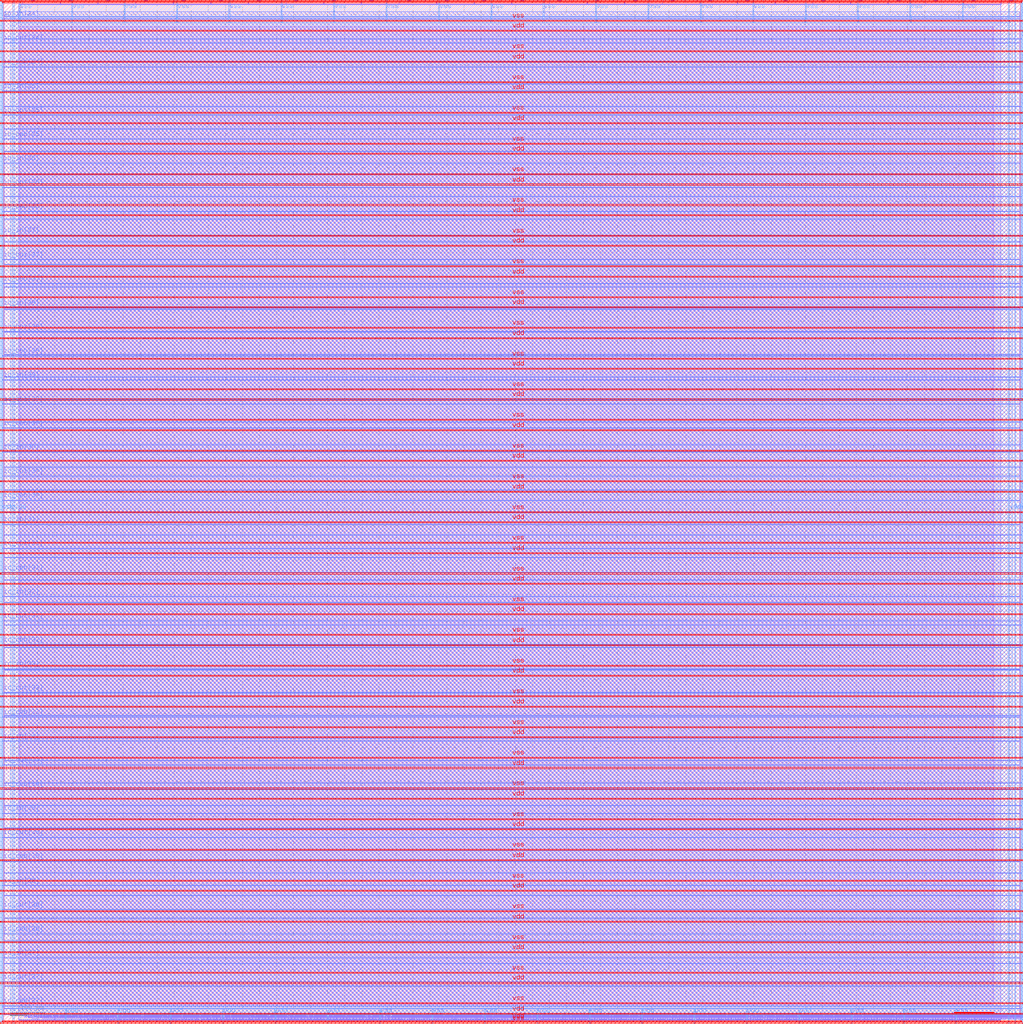
<source format=lef>
VERSION 5.7 ;
  NOWIREEXTENSIONATPIN ON ;
  DIVIDERCHAR "/" ;
  BUSBITCHARS "[]" ;
MACRO user_project_wrapper
  CLASS BLOCK ;
  FOREIGN user_project_wrapper ;
  ORIGIN 0.000 0.000 ;
  SIZE 2980.200 BY 2980.200 ;
  PIN io_in[0]
    DIRECTION INPUT ;
    USE SIGNAL ;
    PORT
      LAYER Metal3 ;
        RECT 2977.800 35.560 2985.000 36.680 ;
    END
  END io_in[0]
  PIN io_in[10]
    DIRECTION INPUT ;
    USE SIGNAL ;
    PORT
      LAYER Metal3 ;
        RECT 2977.800 2017.960 2985.000 2019.080 ;
    END
  END io_in[10]
  PIN io_in[11]
    DIRECTION INPUT ;
    USE SIGNAL ;
    PORT
      LAYER Metal3 ;
        RECT 2977.800 2216.200 2985.000 2217.320 ;
    END
  END io_in[11]
  PIN io_in[12]
    DIRECTION INPUT ;
    USE SIGNAL ;
    PORT
      LAYER Metal3 ;
        RECT 2977.800 2414.440 2985.000 2415.560 ;
    END
  END io_in[12]
  PIN io_in[13]
    DIRECTION INPUT ;
    USE SIGNAL ;
    PORT
      LAYER Metal3 ;
        RECT 2977.800 2612.680 2985.000 2613.800 ;
    END
  END io_in[13]
  PIN io_in[14]
    DIRECTION INPUT ;
    USE SIGNAL ;
    PORT
      LAYER Metal3 ;
        RECT 2977.800 2810.920 2985.000 2812.040 ;
    END
  END io_in[14]
  PIN io_in[15]
    DIRECTION INPUT ;
    USE SIGNAL ;
    PORT
      LAYER Metal2 ;
        RECT 2923.480 2977.800 2924.600 2985.000 ;
    END
  END io_in[15]
  PIN io_in[16]
    DIRECTION INPUT ;
    USE SIGNAL ;
    PORT
      LAYER Metal2 ;
        RECT 2592.520 2977.800 2593.640 2985.000 ;
    END
  END io_in[16]
  PIN io_in[17]
    DIRECTION INPUT ;
    USE SIGNAL ;
    PORT
      LAYER Metal2 ;
        RECT 2261.560 2977.800 2262.680 2985.000 ;
    END
  END io_in[17]
  PIN io_in[18]
    DIRECTION INPUT ;
    USE SIGNAL ;
    PORT
      LAYER Metal2 ;
        RECT 1930.600 2977.800 1931.720 2985.000 ;
    END
  END io_in[18]
  PIN io_in[19]
    DIRECTION INPUT ;
    USE SIGNAL ;
    PORT
      LAYER Metal2 ;
        RECT 1599.640 2977.800 1600.760 2985.000 ;
    END
  END io_in[19]
  PIN io_in[1]
    DIRECTION INPUT ;
    USE SIGNAL ;
    PORT
      LAYER Metal3 ;
        RECT 2977.800 233.800 2985.000 234.920 ;
    END
  END io_in[1]
  PIN io_in[20]
    DIRECTION INPUT ;
    USE SIGNAL ;
    PORT
      LAYER Metal2 ;
        RECT 1268.680 2977.800 1269.800 2985.000 ;
    END
  END io_in[20]
  PIN io_in[21]
    DIRECTION INPUT ;
    USE SIGNAL ;
    PORT
      LAYER Metal2 ;
        RECT 937.720 2977.800 938.840 2985.000 ;
    END
  END io_in[21]
  PIN io_in[22]
    DIRECTION INPUT ;
    USE SIGNAL ;
    PORT
      LAYER Metal2 ;
        RECT 606.760 2977.800 607.880 2985.000 ;
    END
  END io_in[22]
  PIN io_in[23]
    DIRECTION INPUT ;
    USE SIGNAL ;
    PORT
      LAYER Metal2 ;
        RECT 275.800 2977.800 276.920 2985.000 ;
    END
  END io_in[23]
  PIN io_in[24]
    DIRECTION INPUT ;
    USE SIGNAL ;
    PORT
      LAYER Metal3 ;
        RECT -4.800 2935.800 2.400 2936.920 ;
    END
  END io_in[24]
  PIN io_in[25]
    DIRECTION INPUT ;
    USE SIGNAL ;
    PORT
      LAYER Metal3 ;
        RECT -4.800 2724.120 2.400 2725.240 ;
    END
  END io_in[25]
  PIN io_in[26]
    DIRECTION INPUT ;
    USE SIGNAL ;
    PORT
      LAYER Metal3 ;
        RECT -4.800 2512.440 2.400 2513.560 ;
    END
  END io_in[26]
  PIN io_in[27]
    DIRECTION INPUT ;
    USE SIGNAL ;
    PORT
      LAYER Metal3 ;
        RECT -4.800 2300.760 2.400 2301.880 ;
    END
  END io_in[27]
  PIN io_in[28]
    DIRECTION INPUT ;
    USE SIGNAL ;
    PORT
      LAYER Metal3 ;
        RECT -4.800 2089.080 2.400 2090.200 ;
    END
  END io_in[28]
  PIN io_in[29]
    DIRECTION INPUT ;
    USE SIGNAL ;
    PORT
      LAYER Metal3 ;
        RECT -4.800 1877.400 2.400 1878.520 ;
    END
  END io_in[29]
  PIN io_in[2]
    DIRECTION INPUT ;
    USE SIGNAL ;
    PORT
      LAYER Metal3 ;
        RECT 2977.800 432.040 2985.000 433.160 ;
    END
  END io_in[2]
  PIN io_in[30]
    DIRECTION INPUT ;
    USE SIGNAL ;
    PORT
      LAYER Metal3 ;
        RECT -4.800 1665.720 2.400 1666.840 ;
    END
  END io_in[30]
  PIN io_in[31]
    DIRECTION INPUT ;
    USE SIGNAL ;
    PORT
      LAYER Metal3 ;
        RECT -4.800 1454.040 2.400 1455.160 ;
    END
  END io_in[31]
  PIN io_in[32]
    DIRECTION INPUT ;
    USE SIGNAL ;
    PORT
      LAYER Metal3 ;
        RECT -4.800 1242.360 2.400 1243.480 ;
    END
  END io_in[32]
  PIN io_in[33]
    DIRECTION INPUT ;
    USE SIGNAL ;
    PORT
      LAYER Metal3 ;
        RECT -4.800 1030.680 2.400 1031.800 ;
    END
  END io_in[33]
  PIN io_in[34]
    DIRECTION INPUT ;
    USE SIGNAL ;
    PORT
      LAYER Metal3 ;
        RECT -4.800 819.000 2.400 820.120 ;
    END
  END io_in[34]
  PIN io_in[35]
    DIRECTION INPUT ;
    USE SIGNAL ;
    PORT
      LAYER Metal3 ;
        RECT -4.800 607.320 2.400 608.440 ;
    END
  END io_in[35]
  PIN io_in[36]
    DIRECTION INPUT ;
    USE SIGNAL ;
    PORT
      LAYER Metal3 ;
        RECT -4.800 395.640 2.400 396.760 ;
    END
  END io_in[36]
  PIN io_in[37]
    DIRECTION INPUT ;
    USE SIGNAL ;
    PORT
      LAYER Metal3 ;
        RECT -4.800 183.960 2.400 185.080 ;
    END
  END io_in[37]
  PIN io_in[3]
    DIRECTION INPUT ;
    USE SIGNAL ;
    PORT
      LAYER Metal3 ;
        RECT 2977.800 630.280 2985.000 631.400 ;
    END
  END io_in[3]
  PIN io_in[4]
    DIRECTION INPUT ;
    USE SIGNAL ;
    PORT
      LAYER Metal3 ;
        RECT 2977.800 828.520 2985.000 829.640 ;
    END
  END io_in[4]
  PIN io_in[5]
    DIRECTION INPUT ;
    USE SIGNAL ;
    PORT
      LAYER Metal3 ;
        RECT 2977.800 1026.760 2985.000 1027.880 ;
    END
  END io_in[5]
  PIN io_in[6]
    DIRECTION INPUT ;
    USE SIGNAL ;
    PORT
      LAYER Metal3 ;
        RECT 2977.800 1225.000 2985.000 1226.120 ;
    END
  END io_in[6]
  PIN io_in[7]
    DIRECTION INPUT ;
    USE SIGNAL ;
    PORT
      LAYER Metal3 ;
        RECT 2977.800 1423.240 2985.000 1424.360 ;
    END
  END io_in[7]
  PIN io_in[8]
    DIRECTION INPUT ;
    USE SIGNAL ;
    PORT
      LAYER Metal3 ;
        RECT 2977.800 1621.480 2985.000 1622.600 ;
    END
  END io_in[8]
  PIN io_in[9]
    DIRECTION INPUT ;
    USE SIGNAL ;
    PORT
      LAYER Metal3 ;
        RECT 2977.800 1819.720 2985.000 1820.840 ;
    END
  END io_in[9]
  PIN io_oeb[0]
    DIRECTION OUTPUT TRISTATE ;
    USE SIGNAL ;
    PORT
      LAYER Metal3 ;
        RECT 2977.800 167.720 2985.000 168.840 ;
    END
  END io_oeb[0]
  PIN io_oeb[10]
    DIRECTION OUTPUT TRISTATE ;
    USE SIGNAL ;
    PORT
      LAYER Metal3 ;
        RECT 2977.800 2150.120 2985.000 2151.240 ;
    END
  END io_oeb[10]
  PIN io_oeb[11]
    DIRECTION OUTPUT TRISTATE ;
    USE SIGNAL ;
    PORT
      LAYER Metal3 ;
        RECT 2977.800 2348.360 2985.000 2349.480 ;
    END
  END io_oeb[11]
  PIN io_oeb[12]
    DIRECTION OUTPUT TRISTATE ;
    USE SIGNAL ;
    PORT
      LAYER Metal3 ;
        RECT 2977.800 2546.600 2985.000 2547.720 ;
    END
  END io_oeb[12]
  PIN io_oeb[13]
    DIRECTION OUTPUT TRISTATE ;
    USE SIGNAL ;
    PORT
      LAYER Metal3 ;
        RECT 2977.800 2744.840 2985.000 2745.960 ;
    END
  END io_oeb[13]
  PIN io_oeb[14]
    DIRECTION OUTPUT TRISTATE ;
    USE SIGNAL ;
    PORT
      LAYER Metal3 ;
        RECT 2977.800 2943.080 2985.000 2944.200 ;
    END
  END io_oeb[14]
  PIN io_oeb[15]
    DIRECTION OUTPUT TRISTATE ;
    USE SIGNAL ;
    PORT
      LAYER Metal2 ;
        RECT 2702.840 2977.800 2703.960 2985.000 ;
    END
  END io_oeb[15]
  PIN io_oeb[16]
    DIRECTION OUTPUT TRISTATE ;
    USE SIGNAL ;
    PORT
      LAYER Metal2 ;
        RECT 2371.880 2977.800 2373.000 2985.000 ;
    END
  END io_oeb[16]
  PIN io_oeb[17]
    DIRECTION OUTPUT TRISTATE ;
    USE SIGNAL ;
    PORT
      LAYER Metal2 ;
        RECT 2040.920 2977.800 2042.040 2985.000 ;
    END
  END io_oeb[17]
  PIN io_oeb[18]
    DIRECTION OUTPUT TRISTATE ;
    USE SIGNAL ;
    PORT
      LAYER Metal2 ;
        RECT 1709.960 2977.800 1711.080 2985.000 ;
    END
  END io_oeb[18]
  PIN io_oeb[19]
    DIRECTION OUTPUT TRISTATE ;
    USE SIGNAL ;
    PORT
      LAYER Metal2 ;
        RECT 1379.000 2977.800 1380.120 2985.000 ;
    END
  END io_oeb[19]
  PIN io_oeb[1]
    DIRECTION OUTPUT TRISTATE ;
    USE SIGNAL ;
    PORT
      LAYER Metal3 ;
        RECT 2977.800 365.960 2985.000 367.080 ;
    END
  END io_oeb[1]
  PIN io_oeb[20]
    DIRECTION OUTPUT TRISTATE ;
    USE SIGNAL ;
    PORT
      LAYER Metal2 ;
        RECT 1048.040 2977.800 1049.160 2985.000 ;
    END
  END io_oeb[20]
  PIN io_oeb[21]
    DIRECTION OUTPUT TRISTATE ;
    USE SIGNAL ;
    PORT
      LAYER Metal2 ;
        RECT 717.080 2977.800 718.200 2985.000 ;
    END
  END io_oeb[21]
  PIN io_oeb[22]
    DIRECTION OUTPUT TRISTATE ;
    USE SIGNAL ;
    PORT
      LAYER Metal2 ;
        RECT 386.120 2977.800 387.240 2985.000 ;
    END
  END io_oeb[22]
  PIN io_oeb[23]
    DIRECTION OUTPUT TRISTATE ;
    USE SIGNAL ;
    PORT
      LAYER Metal2 ;
        RECT 55.160 2977.800 56.280 2985.000 ;
    END
  END io_oeb[23]
  PIN io_oeb[24]
    DIRECTION OUTPUT TRISTATE ;
    USE SIGNAL ;
    PORT
      LAYER Metal3 ;
        RECT -4.800 2794.680 2.400 2795.800 ;
    END
  END io_oeb[24]
  PIN io_oeb[25]
    DIRECTION OUTPUT TRISTATE ;
    USE SIGNAL ;
    PORT
      LAYER Metal3 ;
        RECT -4.800 2583.000 2.400 2584.120 ;
    END
  END io_oeb[25]
  PIN io_oeb[26]
    DIRECTION OUTPUT TRISTATE ;
    USE SIGNAL ;
    PORT
      LAYER Metal3 ;
        RECT -4.800 2371.320 2.400 2372.440 ;
    END
  END io_oeb[26]
  PIN io_oeb[27]
    DIRECTION OUTPUT TRISTATE ;
    USE SIGNAL ;
    PORT
      LAYER Metal3 ;
        RECT -4.800 2159.640 2.400 2160.760 ;
    END
  END io_oeb[27]
  PIN io_oeb[28]
    DIRECTION OUTPUT TRISTATE ;
    USE SIGNAL ;
    PORT
      LAYER Metal3 ;
        RECT -4.800 1947.960 2.400 1949.080 ;
    END
  END io_oeb[28]
  PIN io_oeb[29]
    DIRECTION OUTPUT TRISTATE ;
    USE SIGNAL ;
    PORT
      LAYER Metal3 ;
        RECT -4.800 1736.280 2.400 1737.400 ;
    END
  END io_oeb[29]
  PIN io_oeb[2]
    DIRECTION OUTPUT TRISTATE ;
    USE SIGNAL ;
    PORT
      LAYER Metal3 ;
        RECT 2977.800 564.200 2985.000 565.320 ;
    END
  END io_oeb[2]
  PIN io_oeb[30]
    DIRECTION OUTPUT TRISTATE ;
    USE SIGNAL ;
    PORT
      LAYER Metal3 ;
        RECT -4.800 1524.600 2.400 1525.720 ;
    END
  END io_oeb[30]
  PIN io_oeb[31]
    DIRECTION OUTPUT TRISTATE ;
    USE SIGNAL ;
    PORT
      LAYER Metal3 ;
        RECT -4.800 1312.920 2.400 1314.040 ;
    END
  END io_oeb[31]
  PIN io_oeb[32]
    DIRECTION OUTPUT TRISTATE ;
    USE SIGNAL ;
    PORT
      LAYER Metal3 ;
        RECT -4.800 1101.240 2.400 1102.360 ;
    END
  END io_oeb[32]
  PIN io_oeb[33]
    DIRECTION OUTPUT TRISTATE ;
    USE SIGNAL ;
    PORT
      LAYER Metal3 ;
        RECT -4.800 889.560 2.400 890.680 ;
    END
  END io_oeb[33]
  PIN io_oeb[34]
    DIRECTION OUTPUT TRISTATE ;
    USE SIGNAL ;
    PORT
      LAYER Metal3 ;
        RECT -4.800 677.880 2.400 679.000 ;
    END
  END io_oeb[34]
  PIN io_oeb[35]
    DIRECTION OUTPUT TRISTATE ;
    USE SIGNAL ;
    PORT
      LAYER Metal3 ;
        RECT -4.800 466.200 2.400 467.320 ;
    END
  END io_oeb[35]
  PIN io_oeb[36]
    DIRECTION OUTPUT TRISTATE ;
    USE SIGNAL ;
    PORT
      LAYER Metal3 ;
        RECT -4.800 254.520 2.400 255.640 ;
    END
  END io_oeb[36]
  PIN io_oeb[37]
    DIRECTION OUTPUT TRISTATE ;
    USE SIGNAL ;
    PORT
      LAYER Metal3 ;
        RECT -4.800 42.840 2.400 43.960 ;
    END
  END io_oeb[37]
  PIN io_oeb[3]
    DIRECTION OUTPUT TRISTATE ;
    USE SIGNAL ;
    PORT
      LAYER Metal3 ;
        RECT 2977.800 762.440 2985.000 763.560 ;
    END
  END io_oeb[3]
  PIN io_oeb[4]
    DIRECTION OUTPUT TRISTATE ;
    USE SIGNAL ;
    PORT
      LAYER Metal3 ;
        RECT 2977.800 960.680 2985.000 961.800 ;
    END
  END io_oeb[4]
  PIN io_oeb[5]
    DIRECTION OUTPUT TRISTATE ;
    USE SIGNAL ;
    PORT
      LAYER Metal3 ;
        RECT 2977.800 1158.920 2985.000 1160.040 ;
    END
  END io_oeb[5]
  PIN io_oeb[6]
    DIRECTION OUTPUT TRISTATE ;
    USE SIGNAL ;
    PORT
      LAYER Metal3 ;
        RECT 2977.800 1357.160 2985.000 1358.280 ;
    END
  END io_oeb[6]
  PIN io_oeb[7]
    DIRECTION OUTPUT TRISTATE ;
    USE SIGNAL ;
    PORT
      LAYER Metal3 ;
        RECT 2977.800 1555.400 2985.000 1556.520 ;
    END
  END io_oeb[7]
  PIN io_oeb[8]
    DIRECTION OUTPUT TRISTATE ;
    USE SIGNAL ;
    PORT
      LAYER Metal3 ;
        RECT 2977.800 1753.640 2985.000 1754.760 ;
    END
  END io_oeb[8]
  PIN io_oeb[9]
    DIRECTION OUTPUT TRISTATE ;
    USE SIGNAL ;
    PORT
      LAYER Metal3 ;
        RECT 2977.800 1951.880 2985.000 1953.000 ;
    END
  END io_oeb[9]
  PIN io_out[0]
    DIRECTION OUTPUT TRISTATE ;
    USE SIGNAL ;
    PORT
      LAYER Metal3 ;
        RECT 2977.800 101.640 2985.000 102.760 ;
    END
  END io_out[0]
  PIN io_out[10]
    DIRECTION OUTPUT TRISTATE ;
    USE SIGNAL ;
    PORT
      LAYER Metal3 ;
        RECT 2977.800 2084.040 2985.000 2085.160 ;
    END
  END io_out[10]
  PIN io_out[11]
    DIRECTION OUTPUT TRISTATE ;
    USE SIGNAL ;
    PORT
      LAYER Metal3 ;
        RECT 2977.800 2282.280 2985.000 2283.400 ;
    END
  END io_out[11]
  PIN io_out[12]
    DIRECTION OUTPUT TRISTATE ;
    USE SIGNAL ;
    PORT
      LAYER Metal3 ;
        RECT 2977.800 2480.520 2985.000 2481.640 ;
    END
  END io_out[12]
  PIN io_out[13]
    DIRECTION OUTPUT TRISTATE ;
    USE SIGNAL ;
    PORT
      LAYER Metal3 ;
        RECT 2977.800 2678.760 2985.000 2679.880 ;
    END
  END io_out[13]
  PIN io_out[14]
    DIRECTION OUTPUT TRISTATE ;
    USE SIGNAL ;
    PORT
      LAYER Metal3 ;
        RECT 2977.800 2877.000 2985.000 2878.120 ;
    END
  END io_out[14]
  PIN io_out[15]
    DIRECTION OUTPUT TRISTATE ;
    USE SIGNAL ;
    PORT
      LAYER Metal2 ;
        RECT 2813.160 2977.800 2814.280 2985.000 ;
    END
  END io_out[15]
  PIN io_out[16]
    DIRECTION OUTPUT TRISTATE ;
    USE SIGNAL ;
    PORT
      LAYER Metal2 ;
        RECT 2482.200 2977.800 2483.320 2985.000 ;
    END
  END io_out[16]
  PIN io_out[17]
    DIRECTION OUTPUT TRISTATE ;
    USE SIGNAL ;
    PORT
      LAYER Metal2 ;
        RECT 2151.240 2977.800 2152.360 2985.000 ;
    END
  END io_out[17]
  PIN io_out[18]
    DIRECTION OUTPUT TRISTATE ;
    USE SIGNAL ;
    PORT
      LAYER Metal2 ;
        RECT 1820.280 2977.800 1821.400 2985.000 ;
    END
  END io_out[18]
  PIN io_out[19]
    DIRECTION OUTPUT TRISTATE ;
    USE SIGNAL ;
    PORT
      LAYER Metal2 ;
        RECT 1489.320 2977.800 1490.440 2985.000 ;
    END
  END io_out[19]
  PIN io_out[1]
    DIRECTION OUTPUT TRISTATE ;
    USE SIGNAL ;
    PORT
      LAYER Metal3 ;
        RECT 2977.800 299.880 2985.000 301.000 ;
    END
  END io_out[1]
  PIN io_out[20]
    DIRECTION OUTPUT TRISTATE ;
    USE SIGNAL ;
    PORT
      LAYER Metal2 ;
        RECT 1158.360 2977.800 1159.480 2985.000 ;
    END
  END io_out[20]
  PIN io_out[21]
    DIRECTION OUTPUT TRISTATE ;
    USE SIGNAL ;
    PORT
      LAYER Metal2 ;
        RECT 827.400 2977.800 828.520 2985.000 ;
    END
  END io_out[21]
  PIN io_out[22]
    DIRECTION OUTPUT TRISTATE ;
    USE SIGNAL ;
    PORT
      LAYER Metal2 ;
        RECT 496.440 2977.800 497.560 2985.000 ;
    END
  END io_out[22]
  PIN io_out[23]
    DIRECTION OUTPUT TRISTATE ;
    USE SIGNAL ;
    PORT
      LAYER Metal2 ;
        RECT 165.480 2977.800 166.600 2985.000 ;
    END
  END io_out[23]
  PIN io_out[24]
    DIRECTION OUTPUT TRISTATE ;
    USE SIGNAL ;
    PORT
      LAYER Metal3 ;
        RECT -4.800 2865.240 2.400 2866.360 ;
    END
  END io_out[24]
  PIN io_out[25]
    DIRECTION OUTPUT TRISTATE ;
    USE SIGNAL ;
    PORT
      LAYER Metal3 ;
        RECT -4.800 2653.560 2.400 2654.680 ;
    END
  END io_out[25]
  PIN io_out[26]
    DIRECTION OUTPUT TRISTATE ;
    USE SIGNAL ;
    PORT
      LAYER Metal3 ;
        RECT -4.800 2441.880 2.400 2443.000 ;
    END
  END io_out[26]
  PIN io_out[27]
    DIRECTION OUTPUT TRISTATE ;
    USE SIGNAL ;
    PORT
      LAYER Metal3 ;
        RECT -4.800 2230.200 2.400 2231.320 ;
    END
  END io_out[27]
  PIN io_out[28]
    DIRECTION OUTPUT TRISTATE ;
    USE SIGNAL ;
    PORT
      LAYER Metal3 ;
        RECT -4.800 2018.520 2.400 2019.640 ;
    END
  END io_out[28]
  PIN io_out[29]
    DIRECTION OUTPUT TRISTATE ;
    USE SIGNAL ;
    PORT
      LAYER Metal3 ;
        RECT -4.800 1806.840 2.400 1807.960 ;
    END
  END io_out[29]
  PIN io_out[2]
    DIRECTION OUTPUT TRISTATE ;
    USE SIGNAL ;
    PORT
      LAYER Metal3 ;
        RECT 2977.800 498.120 2985.000 499.240 ;
    END
  END io_out[2]
  PIN io_out[30]
    DIRECTION OUTPUT TRISTATE ;
    USE SIGNAL ;
    PORT
      LAYER Metal3 ;
        RECT -4.800 1595.160 2.400 1596.280 ;
    END
  END io_out[30]
  PIN io_out[31]
    DIRECTION OUTPUT TRISTATE ;
    USE SIGNAL ;
    PORT
      LAYER Metal3 ;
        RECT -4.800 1383.480 2.400 1384.600 ;
    END
  END io_out[31]
  PIN io_out[32]
    DIRECTION OUTPUT TRISTATE ;
    USE SIGNAL ;
    PORT
      LAYER Metal3 ;
        RECT -4.800 1171.800 2.400 1172.920 ;
    END
  END io_out[32]
  PIN io_out[33]
    DIRECTION OUTPUT TRISTATE ;
    USE SIGNAL ;
    PORT
      LAYER Metal3 ;
        RECT -4.800 960.120 2.400 961.240 ;
    END
  END io_out[33]
  PIN io_out[34]
    DIRECTION OUTPUT TRISTATE ;
    USE SIGNAL ;
    PORT
      LAYER Metal3 ;
        RECT -4.800 748.440 2.400 749.560 ;
    END
  END io_out[34]
  PIN io_out[35]
    DIRECTION OUTPUT TRISTATE ;
    USE SIGNAL ;
    PORT
      LAYER Metal3 ;
        RECT -4.800 536.760 2.400 537.880 ;
    END
  END io_out[35]
  PIN io_out[36]
    DIRECTION OUTPUT TRISTATE ;
    USE SIGNAL ;
    PORT
      LAYER Metal3 ;
        RECT -4.800 325.080 2.400 326.200 ;
    END
  END io_out[36]
  PIN io_out[37]
    DIRECTION OUTPUT TRISTATE ;
    USE SIGNAL ;
    PORT
      LAYER Metal3 ;
        RECT -4.800 113.400 2.400 114.520 ;
    END
  END io_out[37]
  PIN io_out[3]
    DIRECTION OUTPUT TRISTATE ;
    USE SIGNAL ;
    PORT
      LAYER Metal3 ;
        RECT 2977.800 696.360 2985.000 697.480 ;
    END
  END io_out[3]
  PIN io_out[4]
    DIRECTION OUTPUT TRISTATE ;
    USE SIGNAL ;
    PORT
      LAYER Metal3 ;
        RECT 2977.800 894.600 2985.000 895.720 ;
    END
  END io_out[4]
  PIN io_out[5]
    DIRECTION OUTPUT TRISTATE ;
    USE SIGNAL ;
    PORT
      LAYER Metal3 ;
        RECT 2977.800 1092.840 2985.000 1093.960 ;
    END
  END io_out[5]
  PIN io_out[6]
    DIRECTION OUTPUT TRISTATE ;
    USE SIGNAL ;
    PORT
      LAYER Metal3 ;
        RECT 2977.800 1291.080 2985.000 1292.200 ;
    END
  END io_out[6]
  PIN io_out[7]
    DIRECTION OUTPUT TRISTATE ;
    USE SIGNAL ;
    PORT
      LAYER Metal3 ;
        RECT 2977.800 1489.320 2985.000 1490.440 ;
    END
  END io_out[7]
  PIN io_out[8]
    DIRECTION OUTPUT TRISTATE ;
    USE SIGNAL ;
    PORT
      LAYER Metal3 ;
        RECT 2977.800 1687.560 2985.000 1688.680 ;
    END
  END io_out[8]
  PIN io_out[9]
    DIRECTION OUTPUT TRISTATE ;
    USE SIGNAL ;
    PORT
      LAYER Metal3 ;
        RECT 2977.800 1885.800 2985.000 1886.920 ;
    END
  END io_out[9]
  PIN la_data_in[0]
    DIRECTION INPUT ;
    USE SIGNAL ;
    PORT
      LAYER Metal2 ;
        RECT 1065.960 -4.800 1067.080 2.400 ;
    END
  END la_data_in[0]
  PIN la_data_in[10]
    DIRECTION INPUT ;
    USE SIGNAL ;
    PORT
      LAYER Metal2 ;
        RECT 1351.560 -4.800 1352.680 2.400 ;
    END
  END la_data_in[10]
  PIN la_data_in[11]
    DIRECTION INPUT ;
    USE SIGNAL ;
    PORT
      LAYER Metal2 ;
        RECT 1380.120 -4.800 1381.240 2.400 ;
    END
  END la_data_in[11]
  PIN la_data_in[12]
    DIRECTION INPUT ;
    USE SIGNAL ;
    PORT
      LAYER Metal2 ;
        RECT 1408.680 -4.800 1409.800 2.400 ;
    END
  END la_data_in[12]
  PIN la_data_in[13]
    DIRECTION INPUT ;
    USE SIGNAL ;
    PORT
      LAYER Metal2 ;
        RECT 1437.240 -4.800 1438.360 2.400 ;
    END
  END la_data_in[13]
  PIN la_data_in[14]
    DIRECTION INPUT ;
    USE SIGNAL ;
    PORT
      LAYER Metal2 ;
        RECT 1465.800 -4.800 1466.920 2.400 ;
    END
  END la_data_in[14]
  PIN la_data_in[15]
    DIRECTION INPUT ;
    USE SIGNAL ;
    PORT
      LAYER Metal2 ;
        RECT 1494.360 -4.800 1495.480 2.400 ;
    END
  END la_data_in[15]
  PIN la_data_in[16]
    DIRECTION INPUT ;
    USE SIGNAL ;
    PORT
      LAYER Metal2 ;
        RECT 1522.920 -4.800 1524.040 2.400 ;
    END
  END la_data_in[16]
  PIN la_data_in[17]
    DIRECTION INPUT ;
    USE SIGNAL ;
    PORT
      LAYER Metal2 ;
        RECT 1551.480 -4.800 1552.600 2.400 ;
    END
  END la_data_in[17]
  PIN la_data_in[18]
    DIRECTION INPUT ;
    USE SIGNAL ;
    PORT
      LAYER Metal2 ;
        RECT 1580.040 -4.800 1581.160 2.400 ;
    END
  END la_data_in[18]
  PIN la_data_in[19]
    DIRECTION INPUT ;
    USE SIGNAL ;
    PORT
      LAYER Metal2 ;
        RECT 1608.600 -4.800 1609.720 2.400 ;
    END
  END la_data_in[19]
  PIN la_data_in[1]
    DIRECTION INPUT ;
    USE SIGNAL ;
    PORT
      LAYER Metal2 ;
        RECT 1094.520 -4.800 1095.640 2.400 ;
    END
  END la_data_in[1]
  PIN la_data_in[20]
    DIRECTION INPUT ;
    USE SIGNAL ;
    PORT
      LAYER Metal2 ;
        RECT 1637.160 -4.800 1638.280 2.400 ;
    END
  END la_data_in[20]
  PIN la_data_in[21]
    DIRECTION INPUT ;
    USE SIGNAL ;
    PORT
      LAYER Metal2 ;
        RECT 1665.720 -4.800 1666.840 2.400 ;
    END
  END la_data_in[21]
  PIN la_data_in[22]
    DIRECTION INPUT ;
    USE SIGNAL ;
    PORT
      LAYER Metal2 ;
        RECT 1694.280 -4.800 1695.400 2.400 ;
    END
  END la_data_in[22]
  PIN la_data_in[23]
    DIRECTION INPUT ;
    USE SIGNAL ;
    PORT
      LAYER Metal2 ;
        RECT 1722.840 -4.800 1723.960 2.400 ;
    END
  END la_data_in[23]
  PIN la_data_in[24]
    DIRECTION INPUT ;
    USE SIGNAL ;
    PORT
      LAYER Metal2 ;
        RECT 1751.400 -4.800 1752.520 2.400 ;
    END
  END la_data_in[24]
  PIN la_data_in[25]
    DIRECTION INPUT ;
    USE SIGNAL ;
    PORT
      LAYER Metal2 ;
        RECT 1779.960 -4.800 1781.080 2.400 ;
    END
  END la_data_in[25]
  PIN la_data_in[26]
    DIRECTION INPUT ;
    USE SIGNAL ;
    PORT
      LAYER Metal2 ;
        RECT 1808.520 -4.800 1809.640 2.400 ;
    END
  END la_data_in[26]
  PIN la_data_in[27]
    DIRECTION INPUT ;
    USE SIGNAL ;
    PORT
      LAYER Metal2 ;
        RECT 1837.080 -4.800 1838.200 2.400 ;
    END
  END la_data_in[27]
  PIN la_data_in[28]
    DIRECTION INPUT ;
    USE SIGNAL ;
    PORT
      LAYER Metal2 ;
        RECT 1865.640 -4.800 1866.760 2.400 ;
    END
  END la_data_in[28]
  PIN la_data_in[29]
    DIRECTION INPUT ;
    USE SIGNAL ;
    PORT
      LAYER Metal2 ;
        RECT 1894.200 -4.800 1895.320 2.400 ;
    END
  END la_data_in[29]
  PIN la_data_in[2]
    DIRECTION INPUT ;
    USE SIGNAL ;
    PORT
      LAYER Metal2 ;
        RECT 1123.080 -4.800 1124.200 2.400 ;
    END
  END la_data_in[2]
  PIN la_data_in[30]
    DIRECTION INPUT ;
    USE SIGNAL ;
    PORT
      LAYER Metal2 ;
        RECT 1922.760 -4.800 1923.880 2.400 ;
    END
  END la_data_in[30]
  PIN la_data_in[31]
    DIRECTION INPUT ;
    USE SIGNAL ;
    PORT
      LAYER Metal2 ;
        RECT 1951.320 -4.800 1952.440 2.400 ;
    END
  END la_data_in[31]
  PIN la_data_in[32]
    DIRECTION INPUT ;
    USE SIGNAL ;
    PORT
      LAYER Metal2 ;
        RECT 1979.880 -4.800 1981.000 2.400 ;
    END
  END la_data_in[32]
  PIN la_data_in[33]
    DIRECTION INPUT ;
    USE SIGNAL ;
    PORT
      LAYER Metal2 ;
        RECT 2008.440 -4.800 2009.560 2.400 ;
    END
  END la_data_in[33]
  PIN la_data_in[34]
    DIRECTION INPUT ;
    USE SIGNAL ;
    PORT
      LAYER Metal2 ;
        RECT 2037.000 -4.800 2038.120 2.400 ;
    END
  END la_data_in[34]
  PIN la_data_in[35]
    DIRECTION INPUT ;
    USE SIGNAL ;
    PORT
      LAYER Metal2 ;
        RECT 2065.560 -4.800 2066.680 2.400 ;
    END
  END la_data_in[35]
  PIN la_data_in[36]
    DIRECTION INPUT ;
    USE SIGNAL ;
    PORT
      LAYER Metal2 ;
        RECT 2094.120 -4.800 2095.240 2.400 ;
    END
  END la_data_in[36]
  PIN la_data_in[37]
    DIRECTION INPUT ;
    USE SIGNAL ;
    PORT
      LAYER Metal2 ;
        RECT 2122.680 -4.800 2123.800 2.400 ;
    END
  END la_data_in[37]
  PIN la_data_in[38]
    DIRECTION INPUT ;
    USE SIGNAL ;
    PORT
      LAYER Metal2 ;
        RECT 2151.240 -4.800 2152.360 2.400 ;
    END
  END la_data_in[38]
  PIN la_data_in[39]
    DIRECTION INPUT ;
    USE SIGNAL ;
    PORT
      LAYER Metal2 ;
        RECT 2179.800 -4.800 2180.920 2.400 ;
    END
  END la_data_in[39]
  PIN la_data_in[3]
    DIRECTION INPUT ;
    USE SIGNAL ;
    PORT
      LAYER Metal2 ;
        RECT 1151.640 -4.800 1152.760 2.400 ;
    END
  END la_data_in[3]
  PIN la_data_in[40]
    DIRECTION INPUT ;
    USE SIGNAL ;
    PORT
      LAYER Metal2 ;
        RECT 2208.360 -4.800 2209.480 2.400 ;
    END
  END la_data_in[40]
  PIN la_data_in[41]
    DIRECTION INPUT ;
    USE SIGNAL ;
    PORT
      LAYER Metal2 ;
        RECT 2236.920 -4.800 2238.040 2.400 ;
    END
  END la_data_in[41]
  PIN la_data_in[42]
    DIRECTION INPUT ;
    USE SIGNAL ;
    PORT
      LAYER Metal2 ;
        RECT 2265.480 -4.800 2266.600 2.400 ;
    END
  END la_data_in[42]
  PIN la_data_in[43]
    DIRECTION INPUT ;
    USE SIGNAL ;
    PORT
      LAYER Metal2 ;
        RECT 2294.040 -4.800 2295.160 2.400 ;
    END
  END la_data_in[43]
  PIN la_data_in[44]
    DIRECTION INPUT ;
    USE SIGNAL ;
    PORT
      LAYER Metal2 ;
        RECT 2322.600 -4.800 2323.720 2.400 ;
    END
  END la_data_in[44]
  PIN la_data_in[45]
    DIRECTION INPUT ;
    USE SIGNAL ;
    PORT
      LAYER Metal2 ;
        RECT 2351.160 -4.800 2352.280 2.400 ;
    END
  END la_data_in[45]
  PIN la_data_in[46]
    DIRECTION INPUT ;
    USE SIGNAL ;
    PORT
      LAYER Metal2 ;
        RECT 2379.720 -4.800 2380.840 2.400 ;
    END
  END la_data_in[46]
  PIN la_data_in[47]
    DIRECTION INPUT ;
    USE SIGNAL ;
    PORT
      LAYER Metal2 ;
        RECT 2408.280 -4.800 2409.400 2.400 ;
    END
  END la_data_in[47]
  PIN la_data_in[48]
    DIRECTION INPUT ;
    USE SIGNAL ;
    PORT
      LAYER Metal2 ;
        RECT 2436.840 -4.800 2437.960 2.400 ;
    END
  END la_data_in[48]
  PIN la_data_in[49]
    DIRECTION INPUT ;
    USE SIGNAL ;
    PORT
      LAYER Metal2 ;
        RECT 2465.400 -4.800 2466.520 2.400 ;
    END
  END la_data_in[49]
  PIN la_data_in[4]
    DIRECTION INPUT ;
    USE SIGNAL ;
    PORT
      LAYER Metal2 ;
        RECT 1180.200 -4.800 1181.320 2.400 ;
    END
  END la_data_in[4]
  PIN la_data_in[50]
    DIRECTION INPUT ;
    USE SIGNAL ;
    PORT
      LAYER Metal2 ;
        RECT 2493.960 -4.800 2495.080 2.400 ;
    END
  END la_data_in[50]
  PIN la_data_in[51]
    DIRECTION INPUT ;
    USE SIGNAL ;
    PORT
      LAYER Metal2 ;
        RECT 2522.520 -4.800 2523.640 2.400 ;
    END
  END la_data_in[51]
  PIN la_data_in[52]
    DIRECTION INPUT ;
    USE SIGNAL ;
    PORT
      LAYER Metal2 ;
        RECT 2551.080 -4.800 2552.200 2.400 ;
    END
  END la_data_in[52]
  PIN la_data_in[53]
    DIRECTION INPUT ;
    USE SIGNAL ;
    PORT
      LAYER Metal2 ;
        RECT 2579.640 -4.800 2580.760 2.400 ;
    END
  END la_data_in[53]
  PIN la_data_in[54]
    DIRECTION INPUT ;
    USE SIGNAL ;
    PORT
      LAYER Metal2 ;
        RECT 2608.200 -4.800 2609.320 2.400 ;
    END
  END la_data_in[54]
  PIN la_data_in[55]
    DIRECTION INPUT ;
    USE SIGNAL ;
    PORT
      LAYER Metal2 ;
        RECT 2636.760 -4.800 2637.880 2.400 ;
    END
  END la_data_in[55]
  PIN la_data_in[56]
    DIRECTION INPUT ;
    USE SIGNAL ;
    PORT
      LAYER Metal2 ;
        RECT 2665.320 -4.800 2666.440 2.400 ;
    END
  END la_data_in[56]
  PIN la_data_in[57]
    DIRECTION INPUT ;
    USE SIGNAL ;
    PORT
      LAYER Metal2 ;
        RECT 2693.880 -4.800 2695.000 2.400 ;
    END
  END la_data_in[57]
  PIN la_data_in[58]
    DIRECTION INPUT ;
    USE SIGNAL ;
    PORT
      LAYER Metal2 ;
        RECT 2722.440 -4.800 2723.560 2.400 ;
    END
  END la_data_in[58]
  PIN la_data_in[59]
    DIRECTION INPUT ;
    USE SIGNAL ;
    PORT
      LAYER Metal2 ;
        RECT 2751.000 -4.800 2752.120 2.400 ;
    END
  END la_data_in[59]
  PIN la_data_in[5]
    DIRECTION INPUT ;
    USE SIGNAL ;
    PORT
      LAYER Metal2 ;
        RECT 1208.760 -4.800 1209.880 2.400 ;
    END
  END la_data_in[5]
  PIN la_data_in[60]
    DIRECTION INPUT ;
    USE SIGNAL ;
    PORT
      LAYER Metal2 ;
        RECT 2779.560 -4.800 2780.680 2.400 ;
    END
  END la_data_in[60]
  PIN la_data_in[61]
    DIRECTION INPUT ;
    USE SIGNAL ;
    PORT
      LAYER Metal2 ;
        RECT 2808.120 -4.800 2809.240 2.400 ;
    END
  END la_data_in[61]
  PIN la_data_in[62]
    DIRECTION INPUT ;
    USE SIGNAL ;
    PORT
      LAYER Metal2 ;
        RECT 2836.680 -4.800 2837.800 2.400 ;
    END
  END la_data_in[62]
  PIN la_data_in[63]
    DIRECTION INPUT ;
    USE SIGNAL ;
    PORT
      LAYER Metal2 ;
        RECT 2865.240 -4.800 2866.360 2.400 ;
    END
  END la_data_in[63]
  PIN la_data_in[6]
    DIRECTION INPUT ;
    USE SIGNAL ;
    PORT
      LAYER Metal2 ;
        RECT 1237.320 -4.800 1238.440 2.400 ;
    END
  END la_data_in[6]
  PIN la_data_in[7]
    DIRECTION INPUT ;
    USE SIGNAL ;
    PORT
      LAYER Metal2 ;
        RECT 1265.880 -4.800 1267.000 2.400 ;
    END
  END la_data_in[7]
  PIN la_data_in[8]
    DIRECTION INPUT ;
    USE SIGNAL ;
    PORT
      LAYER Metal2 ;
        RECT 1294.440 -4.800 1295.560 2.400 ;
    END
  END la_data_in[8]
  PIN la_data_in[9]
    DIRECTION INPUT ;
    USE SIGNAL ;
    PORT
      LAYER Metal2 ;
        RECT 1323.000 -4.800 1324.120 2.400 ;
    END
  END la_data_in[9]
  PIN la_data_out[0]
    DIRECTION OUTPUT TRISTATE ;
    USE SIGNAL ;
    PORT
      LAYER Metal2 ;
        RECT 1075.480 -4.800 1076.600 2.400 ;
    END
  END la_data_out[0]
  PIN la_data_out[10]
    DIRECTION OUTPUT TRISTATE ;
    USE SIGNAL ;
    PORT
      LAYER Metal2 ;
        RECT 1361.080 -4.800 1362.200 2.400 ;
    END
  END la_data_out[10]
  PIN la_data_out[11]
    DIRECTION OUTPUT TRISTATE ;
    USE SIGNAL ;
    PORT
      LAYER Metal2 ;
        RECT 1389.640 -4.800 1390.760 2.400 ;
    END
  END la_data_out[11]
  PIN la_data_out[12]
    DIRECTION OUTPUT TRISTATE ;
    USE SIGNAL ;
    PORT
      LAYER Metal2 ;
        RECT 1418.200 -4.800 1419.320 2.400 ;
    END
  END la_data_out[12]
  PIN la_data_out[13]
    DIRECTION OUTPUT TRISTATE ;
    USE SIGNAL ;
    PORT
      LAYER Metal2 ;
        RECT 1446.760 -4.800 1447.880 2.400 ;
    END
  END la_data_out[13]
  PIN la_data_out[14]
    DIRECTION OUTPUT TRISTATE ;
    USE SIGNAL ;
    PORT
      LAYER Metal2 ;
        RECT 1475.320 -4.800 1476.440 2.400 ;
    END
  END la_data_out[14]
  PIN la_data_out[15]
    DIRECTION OUTPUT TRISTATE ;
    USE SIGNAL ;
    PORT
      LAYER Metal2 ;
        RECT 1503.880 -4.800 1505.000 2.400 ;
    END
  END la_data_out[15]
  PIN la_data_out[16]
    DIRECTION OUTPUT TRISTATE ;
    USE SIGNAL ;
    PORT
      LAYER Metal2 ;
        RECT 1532.440 -4.800 1533.560 2.400 ;
    END
  END la_data_out[16]
  PIN la_data_out[17]
    DIRECTION OUTPUT TRISTATE ;
    USE SIGNAL ;
    PORT
      LAYER Metal2 ;
        RECT 1561.000 -4.800 1562.120 2.400 ;
    END
  END la_data_out[17]
  PIN la_data_out[18]
    DIRECTION OUTPUT TRISTATE ;
    USE SIGNAL ;
    PORT
      LAYER Metal2 ;
        RECT 1589.560 -4.800 1590.680 2.400 ;
    END
  END la_data_out[18]
  PIN la_data_out[19]
    DIRECTION OUTPUT TRISTATE ;
    USE SIGNAL ;
    PORT
      LAYER Metal2 ;
        RECT 1618.120 -4.800 1619.240 2.400 ;
    END
  END la_data_out[19]
  PIN la_data_out[1]
    DIRECTION OUTPUT TRISTATE ;
    USE SIGNAL ;
    PORT
      LAYER Metal2 ;
        RECT 1104.040 -4.800 1105.160 2.400 ;
    END
  END la_data_out[1]
  PIN la_data_out[20]
    DIRECTION OUTPUT TRISTATE ;
    USE SIGNAL ;
    PORT
      LAYER Metal2 ;
        RECT 1646.680 -4.800 1647.800 2.400 ;
    END
  END la_data_out[20]
  PIN la_data_out[21]
    DIRECTION OUTPUT TRISTATE ;
    USE SIGNAL ;
    PORT
      LAYER Metal2 ;
        RECT 1675.240 -4.800 1676.360 2.400 ;
    END
  END la_data_out[21]
  PIN la_data_out[22]
    DIRECTION OUTPUT TRISTATE ;
    USE SIGNAL ;
    PORT
      LAYER Metal2 ;
        RECT 1703.800 -4.800 1704.920 2.400 ;
    END
  END la_data_out[22]
  PIN la_data_out[23]
    DIRECTION OUTPUT TRISTATE ;
    USE SIGNAL ;
    PORT
      LAYER Metal2 ;
        RECT 1732.360 -4.800 1733.480 2.400 ;
    END
  END la_data_out[23]
  PIN la_data_out[24]
    DIRECTION OUTPUT TRISTATE ;
    USE SIGNAL ;
    PORT
      LAYER Metal2 ;
        RECT 1760.920 -4.800 1762.040 2.400 ;
    END
  END la_data_out[24]
  PIN la_data_out[25]
    DIRECTION OUTPUT TRISTATE ;
    USE SIGNAL ;
    PORT
      LAYER Metal2 ;
        RECT 1789.480 -4.800 1790.600 2.400 ;
    END
  END la_data_out[25]
  PIN la_data_out[26]
    DIRECTION OUTPUT TRISTATE ;
    USE SIGNAL ;
    PORT
      LAYER Metal2 ;
        RECT 1818.040 -4.800 1819.160 2.400 ;
    END
  END la_data_out[26]
  PIN la_data_out[27]
    DIRECTION OUTPUT TRISTATE ;
    USE SIGNAL ;
    PORT
      LAYER Metal2 ;
        RECT 1846.600 -4.800 1847.720 2.400 ;
    END
  END la_data_out[27]
  PIN la_data_out[28]
    DIRECTION OUTPUT TRISTATE ;
    USE SIGNAL ;
    PORT
      LAYER Metal2 ;
        RECT 1875.160 -4.800 1876.280 2.400 ;
    END
  END la_data_out[28]
  PIN la_data_out[29]
    DIRECTION OUTPUT TRISTATE ;
    USE SIGNAL ;
    PORT
      LAYER Metal2 ;
        RECT 1903.720 -4.800 1904.840 2.400 ;
    END
  END la_data_out[29]
  PIN la_data_out[2]
    DIRECTION OUTPUT TRISTATE ;
    USE SIGNAL ;
    PORT
      LAYER Metal2 ;
        RECT 1132.600 -4.800 1133.720 2.400 ;
    END
  END la_data_out[2]
  PIN la_data_out[30]
    DIRECTION OUTPUT TRISTATE ;
    USE SIGNAL ;
    PORT
      LAYER Metal2 ;
        RECT 1932.280 -4.800 1933.400 2.400 ;
    END
  END la_data_out[30]
  PIN la_data_out[31]
    DIRECTION OUTPUT TRISTATE ;
    USE SIGNAL ;
    PORT
      LAYER Metal2 ;
        RECT 1960.840 -4.800 1961.960 2.400 ;
    END
  END la_data_out[31]
  PIN la_data_out[32]
    DIRECTION OUTPUT TRISTATE ;
    USE SIGNAL ;
    PORT
      LAYER Metal2 ;
        RECT 1989.400 -4.800 1990.520 2.400 ;
    END
  END la_data_out[32]
  PIN la_data_out[33]
    DIRECTION OUTPUT TRISTATE ;
    USE SIGNAL ;
    PORT
      LAYER Metal2 ;
        RECT 2017.960 -4.800 2019.080 2.400 ;
    END
  END la_data_out[33]
  PIN la_data_out[34]
    DIRECTION OUTPUT TRISTATE ;
    USE SIGNAL ;
    PORT
      LAYER Metal2 ;
        RECT 2046.520 -4.800 2047.640 2.400 ;
    END
  END la_data_out[34]
  PIN la_data_out[35]
    DIRECTION OUTPUT TRISTATE ;
    USE SIGNAL ;
    PORT
      LAYER Metal2 ;
        RECT 2075.080 -4.800 2076.200 2.400 ;
    END
  END la_data_out[35]
  PIN la_data_out[36]
    DIRECTION OUTPUT TRISTATE ;
    USE SIGNAL ;
    PORT
      LAYER Metal2 ;
        RECT 2103.640 -4.800 2104.760 2.400 ;
    END
  END la_data_out[36]
  PIN la_data_out[37]
    DIRECTION OUTPUT TRISTATE ;
    USE SIGNAL ;
    PORT
      LAYER Metal2 ;
        RECT 2132.200 -4.800 2133.320 2.400 ;
    END
  END la_data_out[37]
  PIN la_data_out[38]
    DIRECTION OUTPUT TRISTATE ;
    USE SIGNAL ;
    PORT
      LAYER Metal2 ;
        RECT 2160.760 -4.800 2161.880 2.400 ;
    END
  END la_data_out[38]
  PIN la_data_out[39]
    DIRECTION OUTPUT TRISTATE ;
    USE SIGNAL ;
    PORT
      LAYER Metal2 ;
        RECT 2189.320 -4.800 2190.440 2.400 ;
    END
  END la_data_out[39]
  PIN la_data_out[3]
    DIRECTION OUTPUT TRISTATE ;
    USE SIGNAL ;
    PORT
      LAYER Metal2 ;
        RECT 1161.160 -4.800 1162.280 2.400 ;
    END
  END la_data_out[3]
  PIN la_data_out[40]
    DIRECTION OUTPUT TRISTATE ;
    USE SIGNAL ;
    PORT
      LAYER Metal2 ;
        RECT 2217.880 -4.800 2219.000 2.400 ;
    END
  END la_data_out[40]
  PIN la_data_out[41]
    DIRECTION OUTPUT TRISTATE ;
    USE SIGNAL ;
    PORT
      LAYER Metal2 ;
        RECT 2246.440 -4.800 2247.560 2.400 ;
    END
  END la_data_out[41]
  PIN la_data_out[42]
    DIRECTION OUTPUT TRISTATE ;
    USE SIGNAL ;
    PORT
      LAYER Metal2 ;
        RECT 2275.000 -4.800 2276.120 2.400 ;
    END
  END la_data_out[42]
  PIN la_data_out[43]
    DIRECTION OUTPUT TRISTATE ;
    USE SIGNAL ;
    PORT
      LAYER Metal2 ;
        RECT 2303.560 -4.800 2304.680 2.400 ;
    END
  END la_data_out[43]
  PIN la_data_out[44]
    DIRECTION OUTPUT TRISTATE ;
    USE SIGNAL ;
    PORT
      LAYER Metal2 ;
        RECT 2332.120 -4.800 2333.240 2.400 ;
    END
  END la_data_out[44]
  PIN la_data_out[45]
    DIRECTION OUTPUT TRISTATE ;
    USE SIGNAL ;
    PORT
      LAYER Metal2 ;
        RECT 2360.680 -4.800 2361.800 2.400 ;
    END
  END la_data_out[45]
  PIN la_data_out[46]
    DIRECTION OUTPUT TRISTATE ;
    USE SIGNAL ;
    PORT
      LAYER Metal2 ;
        RECT 2389.240 -4.800 2390.360 2.400 ;
    END
  END la_data_out[46]
  PIN la_data_out[47]
    DIRECTION OUTPUT TRISTATE ;
    USE SIGNAL ;
    PORT
      LAYER Metal2 ;
        RECT 2417.800 -4.800 2418.920 2.400 ;
    END
  END la_data_out[47]
  PIN la_data_out[48]
    DIRECTION OUTPUT TRISTATE ;
    USE SIGNAL ;
    PORT
      LAYER Metal2 ;
        RECT 2446.360 -4.800 2447.480 2.400 ;
    END
  END la_data_out[48]
  PIN la_data_out[49]
    DIRECTION OUTPUT TRISTATE ;
    USE SIGNAL ;
    PORT
      LAYER Metal2 ;
        RECT 2474.920 -4.800 2476.040 2.400 ;
    END
  END la_data_out[49]
  PIN la_data_out[4]
    DIRECTION OUTPUT TRISTATE ;
    USE SIGNAL ;
    PORT
      LAYER Metal2 ;
        RECT 1189.720 -4.800 1190.840 2.400 ;
    END
  END la_data_out[4]
  PIN la_data_out[50]
    DIRECTION OUTPUT TRISTATE ;
    USE SIGNAL ;
    PORT
      LAYER Metal2 ;
        RECT 2503.480 -4.800 2504.600 2.400 ;
    END
  END la_data_out[50]
  PIN la_data_out[51]
    DIRECTION OUTPUT TRISTATE ;
    USE SIGNAL ;
    PORT
      LAYER Metal2 ;
        RECT 2532.040 -4.800 2533.160 2.400 ;
    END
  END la_data_out[51]
  PIN la_data_out[52]
    DIRECTION OUTPUT TRISTATE ;
    USE SIGNAL ;
    PORT
      LAYER Metal2 ;
        RECT 2560.600 -4.800 2561.720 2.400 ;
    END
  END la_data_out[52]
  PIN la_data_out[53]
    DIRECTION OUTPUT TRISTATE ;
    USE SIGNAL ;
    PORT
      LAYER Metal2 ;
        RECT 2589.160 -4.800 2590.280 2.400 ;
    END
  END la_data_out[53]
  PIN la_data_out[54]
    DIRECTION OUTPUT TRISTATE ;
    USE SIGNAL ;
    PORT
      LAYER Metal2 ;
        RECT 2617.720 -4.800 2618.840 2.400 ;
    END
  END la_data_out[54]
  PIN la_data_out[55]
    DIRECTION OUTPUT TRISTATE ;
    USE SIGNAL ;
    PORT
      LAYER Metal2 ;
        RECT 2646.280 -4.800 2647.400 2.400 ;
    END
  END la_data_out[55]
  PIN la_data_out[56]
    DIRECTION OUTPUT TRISTATE ;
    USE SIGNAL ;
    PORT
      LAYER Metal2 ;
        RECT 2674.840 -4.800 2675.960 2.400 ;
    END
  END la_data_out[56]
  PIN la_data_out[57]
    DIRECTION OUTPUT TRISTATE ;
    USE SIGNAL ;
    PORT
      LAYER Metal2 ;
        RECT 2703.400 -4.800 2704.520 2.400 ;
    END
  END la_data_out[57]
  PIN la_data_out[58]
    DIRECTION OUTPUT TRISTATE ;
    USE SIGNAL ;
    PORT
      LAYER Metal2 ;
        RECT 2731.960 -4.800 2733.080 2.400 ;
    END
  END la_data_out[58]
  PIN la_data_out[59]
    DIRECTION OUTPUT TRISTATE ;
    USE SIGNAL ;
    PORT
      LAYER Metal2 ;
        RECT 2760.520 -4.800 2761.640 2.400 ;
    END
  END la_data_out[59]
  PIN la_data_out[5]
    DIRECTION OUTPUT TRISTATE ;
    USE SIGNAL ;
    PORT
      LAYER Metal2 ;
        RECT 1218.280 -4.800 1219.400 2.400 ;
    END
  END la_data_out[5]
  PIN la_data_out[60]
    DIRECTION OUTPUT TRISTATE ;
    USE SIGNAL ;
    PORT
      LAYER Metal2 ;
        RECT 2789.080 -4.800 2790.200 2.400 ;
    END
  END la_data_out[60]
  PIN la_data_out[61]
    DIRECTION OUTPUT TRISTATE ;
    USE SIGNAL ;
    PORT
      LAYER Metal2 ;
        RECT 2817.640 -4.800 2818.760 2.400 ;
    END
  END la_data_out[61]
  PIN la_data_out[62]
    DIRECTION OUTPUT TRISTATE ;
    USE SIGNAL ;
    PORT
      LAYER Metal2 ;
        RECT 2846.200 -4.800 2847.320 2.400 ;
    END
  END la_data_out[62]
  PIN la_data_out[63]
    DIRECTION OUTPUT TRISTATE ;
    USE SIGNAL ;
    PORT
      LAYER Metal2 ;
        RECT 2874.760 -4.800 2875.880 2.400 ;
    END
  END la_data_out[63]
  PIN la_data_out[6]
    DIRECTION OUTPUT TRISTATE ;
    USE SIGNAL ;
    PORT
      LAYER Metal2 ;
        RECT 1246.840 -4.800 1247.960 2.400 ;
    END
  END la_data_out[6]
  PIN la_data_out[7]
    DIRECTION OUTPUT TRISTATE ;
    USE SIGNAL ;
    PORT
      LAYER Metal2 ;
        RECT 1275.400 -4.800 1276.520 2.400 ;
    END
  END la_data_out[7]
  PIN la_data_out[8]
    DIRECTION OUTPUT TRISTATE ;
    USE SIGNAL ;
    PORT
      LAYER Metal2 ;
        RECT 1303.960 -4.800 1305.080 2.400 ;
    END
  END la_data_out[8]
  PIN la_data_out[9]
    DIRECTION OUTPUT TRISTATE ;
    USE SIGNAL ;
    PORT
      LAYER Metal2 ;
        RECT 1332.520 -4.800 1333.640 2.400 ;
    END
  END la_data_out[9]
  PIN la_oenb[0]
    DIRECTION INPUT ;
    USE SIGNAL ;
    PORT
      LAYER Metal2 ;
        RECT 1085.000 -4.800 1086.120 2.400 ;
    END
  END la_oenb[0]
  PIN la_oenb[10]
    DIRECTION INPUT ;
    USE SIGNAL ;
    PORT
      LAYER Metal2 ;
        RECT 1370.600 -4.800 1371.720 2.400 ;
    END
  END la_oenb[10]
  PIN la_oenb[11]
    DIRECTION INPUT ;
    USE SIGNAL ;
    PORT
      LAYER Metal2 ;
        RECT 1399.160 -4.800 1400.280 2.400 ;
    END
  END la_oenb[11]
  PIN la_oenb[12]
    DIRECTION INPUT ;
    USE SIGNAL ;
    PORT
      LAYER Metal2 ;
        RECT 1427.720 -4.800 1428.840 2.400 ;
    END
  END la_oenb[12]
  PIN la_oenb[13]
    DIRECTION INPUT ;
    USE SIGNAL ;
    PORT
      LAYER Metal2 ;
        RECT 1456.280 -4.800 1457.400 2.400 ;
    END
  END la_oenb[13]
  PIN la_oenb[14]
    DIRECTION INPUT ;
    USE SIGNAL ;
    PORT
      LAYER Metal2 ;
        RECT 1484.840 -4.800 1485.960 2.400 ;
    END
  END la_oenb[14]
  PIN la_oenb[15]
    DIRECTION INPUT ;
    USE SIGNAL ;
    PORT
      LAYER Metal2 ;
        RECT 1513.400 -4.800 1514.520 2.400 ;
    END
  END la_oenb[15]
  PIN la_oenb[16]
    DIRECTION INPUT ;
    USE SIGNAL ;
    PORT
      LAYER Metal2 ;
        RECT 1541.960 -4.800 1543.080 2.400 ;
    END
  END la_oenb[16]
  PIN la_oenb[17]
    DIRECTION INPUT ;
    USE SIGNAL ;
    PORT
      LAYER Metal2 ;
        RECT 1570.520 -4.800 1571.640 2.400 ;
    END
  END la_oenb[17]
  PIN la_oenb[18]
    DIRECTION INPUT ;
    USE SIGNAL ;
    PORT
      LAYER Metal2 ;
        RECT 1599.080 -4.800 1600.200 2.400 ;
    END
  END la_oenb[18]
  PIN la_oenb[19]
    DIRECTION INPUT ;
    USE SIGNAL ;
    PORT
      LAYER Metal2 ;
        RECT 1627.640 -4.800 1628.760 2.400 ;
    END
  END la_oenb[19]
  PIN la_oenb[1]
    DIRECTION INPUT ;
    USE SIGNAL ;
    PORT
      LAYER Metal2 ;
        RECT 1113.560 -4.800 1114.680 2.400 ;
    END
  END la_oenb[1]
  PIN la_oenb[20]
    DIRECTION INPUT ;
    USE SIGNAL ;
    PORT
      LAYER Metal2 ;
        RECT 1656.200 -4.800 1657.320 2.400 ;
    END
  END la_oenb[20]
  PIN la_oenb[21]
    DIRECTION INPUT ;
    USE SIGNAL ;
    PORT
      LAYER Metal2 ;
        RECT 1684.760 -4.800 1685.880 2.400 ;
    END
  END la_oenb[21]
  PIN la_oenb[22]
    DIRECTION INPUT ;
    USE SIGNAL ;
    PORT
      LAYER Metal2 ;
        RECT 1713.320 -4.800 1714.440 2.400 ;
    END
  END la_oenb[22]
  PIN la_oenb[23]
    DIRECTION INPUT ;
    USE SIGNAL ;
    PORT
      LAYER Metal2 ;
        RECT 1741.880 -4.800 1743.000 2.400 ;
    END
  END la_oenb[23]
  PIN la_oenb[24]
    DIRECTION INPUT ;
    USE SIGNAL ;
    PORT
      LAYER Metal2 ;
        RECT 1770.440 -4.800 1771.560 2.400 ;
    END
  END la_oenb[24]
  PIN la_oenb[25]
    DIRECTION INPUT ;
    USE SIGNAL ;
    PORT
      LAYER Metal2 ;
        RECT 1799.000 -4.800 1800.120 2.400 ;
    END
  END la_oenb[25]
  PIN la_oenb[26]
    DIRECTION INPUT ;
    USE SIGNAL ;
    PORT
      LAYER Metal2 ;
        RECT 1827.560 -4.800 1828.680 2.400 ;
    END
  END la_oenb[26]
  PIN la_oenb[27]
    DIRECTION INPUT ;
    USE SIGNAL ;
    PORT
      LAYER Metal2 ;
        RECT 1856.120 -4.800 1857.240 2.400 ;
    END
  END la_oenb[27]
  PIN la_oenb[28]
    DIRECTION INPUT ;
    USE SIGNAL ;
    PORT
      LAYER Metal2 ;
        RECT 1884.680 -4.800 1885.800 2.400 ;
    END
  END la_oenb[28]
  PIN la_oenb[29]
    DIRECTION INPUT ;
    USE SIGNAL ;
    PORT
      LAYER Metal2 ;
        RECT 1913.240 -4.800 1914.360 2.400 ;
    END
  END la_oenb[29]
  PIN la_oenb[2]
    DIRECTION INPUT ;
    USE SIGNAL ;
    PORT
      LAYER Metal2 ;
        RECT 1142.120 -4.800 1143.240 2.400 ;
    END
  END la_oenb[2]
  PIN la_oenb[30]
    DIRECTION INPUT ;
    USE SIGNAL ;
    PORT
      LAYER Metal2 ;
        RECT 1941.800 -4.800 1942.920 2.400 ;
    END
  END la_oenb[30]
  PIN la_oenb[31]
    DIRECTION INPUT ;
    USE SIGNAL ;
    PORT
      LAYER Metal2 ;
        RECT 1970.360 -4.800 1971.480 2.400 ;
    END
  END la_oenb[31]
  PIN la_oenb[32]
    DIRECTION INPUT ;
    USE SIGNAL ;
    PORT
      LAYER Metal2 ;
        RECT 1998.920 -4.800 2000.040 2.400 ;
    END
  END la_oenb[32]
  PIN la_oenb[33]
    DIRECTION INPUT ;
    USE SIGNAL ;
    PORT
      LAYER Metal2 ;
        RECT 2027.480 -4.800 2028.600 2.400 ;
    END
  END la_oenb[33]
  PIN la_oenb[34]
    DIRECTION INPUT ;
    USE SIGNAL ;
    PORT
      LAYER Metal2 ;
        RECT 2056.040 -4.800 2057.160 2.400 ;
    END
  END la_oenb[34]
  PIN la_oenb[35]
    DIRECTION INPUT ;
    USE SIGNAL ;
    PORT
      LAYER Metal2 ;
        RECT 2084.600 -4.800 2085.720 2.400 ;
    END
  END la_oenb[35]
  PIN la_oenb[36]
    DIRECTION INPUT ;
    USE SIGNAL ;
    PORT
      LAYER Metal2 ;
        RECT 2113.160 -4.800 2114.280 2.400 ;
    END
  END la_oenb[36]
  PIN la_oenb[37]
    DIRECTION INPUT ;
    USE SIGNAL ;
    PORT
      LAYER Metal2 ;
        RECT 2141.720 -4.800 2142.840 2.400 ;
    END
  END la_oenb[37]
  PIN la_oenb[38]
    DIRECTION INPUT ;
    USE SIGNAL ;
    PORT
      LAYER Metal2 ;
        RECT 2170.280 -4.800 2171.400 2.400 ;
    END
  END la_oenb[38]
  PIN la_oenb[39]
    DIRECTION INPUT ;
    USE SIGNAL ;
    PORT
      LAYER Metal2 ;
        RECT 2198.840 -4.800 2199.960 2.400 ;
    END
  END la_oenb[39]
  PIN la_oenb[3]
    DIRECTION INPUT ;
    USE SIGNAL ;
    PORT
      LAYER Metal2 ;
        RECT 1170.680 -4.800 1171.800 2.400 ;
    END
  END la_oenb[3]
  PIN la_oenb[40]
    DIRECTION INPUT ;
    USE SIGNAL ;
    PORT
      LAYER Metal2 ;
        RECT 2227.400 -4.800 2228.520 2.400 ;
    END
  END la_oenb[40]
  PIN la_oenb[41]
    DIRECTION INPUT ;
    USE SIGNAL ;
    PORT
      LAYER Metal2 ;
        RECT 2255.960 -4.800 2257.080 2.400 ;
    END
  END la_oenb[41]
  PIN la_oenb[42]
    DIRECTION INPUT ;
    USE SIGNAL ;
    PORT
      LAYER Metal2 ;
        RECT 2284.520 -4.800 2285.640 2.400 ;
    END
  END la_oenb[42]
  PIN la_oenb[43]
    DIRECTION INPUT ;
    USE SIGNAL ;
    PORT
      LAYER Metal2 ;
        RECT 2313.080 -4.800 2314.200 2.400 ;
    END
  END la_oenb[43]
  PIN la_oenb[44]
    DIRECTION INPUT ;
    USE SIGNAL ;
    PORT
      LAYER Metal2 ;
        RECT 2341.640 -4.800 2342.760 2.400 ;
    END
  END la_oenb[44]
  PIN la_oenb[45]
    DIRECTION INPUT ;
    USE SIGNAL ;
    PORT
      LAYER Metal2 ;
        RECT 2370.200 -4.800 2371.320 2.400 ;
    END
  END la_oenb[45]
  PIN la_oenb[46]
    DIRECTION INPUT ;
    USE SIGNAL ;
    PORT
      LAYER Metal2 ;
        RECT 2398.760 -4.800 2399.880 2.400 ;
    END
  END la_oenb[46]
  PIN la_oenb[47]
    DIRECTION INPUT ;
    USE SIGNAL ;
    PORT
      LAYER Metal2 ;
        RECT 2427.320 -4.800 2428.440 2.400 ;
    END
  END la_oenb[47]
  PIN la_oenb[48]
    DIRECTION INPUT ;
    USE SIGNAL ;
    PORT
      LAYER Metal2 ;
        RECT 2455.880 -4.800 2457.000 2.400 ;
    END
  END la_oenb[48]
  PIN la_oenb[49]
    DIRECTION INPUT ;
    USE SIGNAL ;
    PORT
      LAYER Metal2 ;
        RECT 2484.440 -4.800 2485.560 2.400 ;
    END
  END la_oenb[49]
  PIN la_oenb[4]
    DIRECTION INPUT ;
    USE SIGNAL ;
    PORT
      LAYER Metal2 ;
        RECT 1199.240 -4.800 1200.360 2.400 ;
    END
  END la_oenb[4]
  PIN la_oenb[50]
    DIRECTION INPUT ;
    USE SIGNAL ;
    PORT
      LAYER Metal2 ;
        RECT 2513.000 -4.800 2514.120 2.400 ;
    END
  END la_oenb[50]
  PIN la_oenb[51]
    DIRECTION INPUT ;
    USE SIGNAL ;
    PORT
      LAYER Metal2 ;
        RECT 2541.560 -4.800 2542.680 2.400 ;
    END
  END la_oenb[51]
  PIN la_oenb[52]
    DIRECTION INPUT ;
    USE SIGNAL ;
    PORT
      LAYER Metal2 ;
        RECT 2570.120 -4.800 2571.240 2.400 ;
    END
  END la_oenb[52]
  PIN la_oenb[53]
    DIRECTION INPUT ;
    USE SIGNAL ;
    PORT
      LAYER Metal2 ;
        RECT 2598.680 -4.800 2599.800 2.400 ;
    END
  END la_oenb[53]
  PIN la_oenb[54]
    DIRECTION INPUT ;
    USE SIGNAL ;
    PORT
      LAYER Metal2 ;
        RECT 2627.240 -4.800 2628.360 2.400 ;
    END
  END la_oenb[54]
  PIN la_oenb[55]
    DIRECTION INPUT ;
    USE SIGNAL ;
    PORT
      LAYER Metal2 ;
        RECT 2655.800 -4.800 2656.920 2.400 ;
    END
  END la_oenb[55]
  PIN la_oenb[56]
    DIRECTION INPUT ;
    USE SIGNAL ;
    PORT
      LAYER Metal2 ;
        RECT 2684.360 -4.800 2685.480 2.400 ;
    END
  END la_oenb[56]
  PIN la_oenb[57]
    DIRECTION INPUT ;
    USE SIGNAL ;
    PORT
      LAYER Metal2 ;
        RECT 2712.920 -4.800 2714.040 2.400 ;
    END
  END la_oenb[57]
  PIN la_oenb[58]
    DIRECTION INPUT ;
    USE SIGNAL ;
    PORT
      LAYER Metal2 ;
        RECT 2741.480 -4.800 2742.600 2.400 ;
    END
  END la_oenb[58]
  PIN la_oenb[59]
    DIRECTION INPUT ;
    USE SIGNAL ;
    PORT
      LAYER Metal2 ;
        RECT 2770.040 -4.800 2771.160 2.400 ;
    END
  END la_oenb[59]
  PIN la_oenb[5]
    DIRECTION INPUT ;
    USE SIGNAL ;
    PORT
      LAYER Metal2 ;
        RECT 1227.800 -4.800 1228.920 2.400 ;
    END
  END la_oenb[5]
  PIN la_oenb[60]
    DIRECTION INPUT ;
    USE SIGNAL ;
    PORT
      LAYER Metal2 ;
        RECT 2798.600 -4.800 2799.720 2.400 ;
    END
  END la_oenb[60]
  PIN la_oenb[61]
    DIRECTION INPUT ;
    USE SIGNAL ;
    PORT
      LAYER Metal2 ;
        RECT 2827.160 -4.800 2828.280 2.400 ;
    END
  END la_oenb[61]
  PIN la_oenb[62]
    DIRECTION INPUT ;
    USE SIGNAL ;
    PORT
      LAYER Metal2 ;
        RECT 2855.720 -4.800 2856.840 2.400 ;
    END
  END la_oenb[62]
  PIN la_oenb[63]
    DIRECTION INPUT ;
    USE SIGNAL ;
    PORT
      LAYER Metal2 ;
        RECT 2884.280 -4.800 2885.400 2.400 ;
    END
  END la_oenb[63]
  PIN la_oenb[6]
    DIRECTION INPUT ;
    USE SIGNAL ;
    PORT
      LAYER Metal2 ;
        RECT 1256.360 -4.800 1257.480 2.400 ;
    END
  END la_oenb[6]
  PIN la_oenb[7]
    DIRECTION INPUT ;
    USE SIGNAL ;
    PORT
      LAYER Metal2 ;
        RECT 1284.920 -4.800 1286.040 2.400 ;
    END
  END la_oenb[7]
  PIN la_oenb[8]
    DIRECTION INPUT ;
    USE SIGNAL ;
    PORT
      LAYER Metal2 ;
        RECT 1313.480 -4.800 1314.600 2.400 ;
    END
  END la_oenb[8]
  PIN la_oenb[9]
    DIRECTION INPUT ;
    USE SIGNAL ;
    PORT
      LAYER Metal2 ;
        RECT 1342.040 -4.800 1343.160 2.400 ;
    END
  END la_oenb[9]
  PIN user_clock2
    DIRECTION INPUT ;
    USE SIGNAL ;
    PORT
      LAYER Metal2 ;
        RECT 2893.800 -4.800 2894.920 2.400 ;
    END
  END user_clock2
  PIN user_irq[0]
    DIRECTION OUTPUT TRISTATE ;
    USE SIGNAL ;
    PORT
      LAYER Metal2 ;
        RECT 2903.320 -4.800 2904.440 2.400 ;
    END
  END user_irq[0]
  PIN user_irq[1]
    DIRECTION OUTPUT TRISTATE ;
    USE SIGNAL ;
    PORT
      LAYER Metal2 ;
        RECT 2912.840 -4.800 2913.960 2.400 ;
    END
  END user_irq[1]
  PIN user_irq[2]
    DIRECTION OUTPUT TRISTATE ;
    USE SIGNAL ;
    PORT
      LAYER Metal2 ;
        RECT 2922.360 -4.800 2923.480 2.400 ;
    END
  END user_irq[2]
  PIN vdd
    DIRECTION INOUT ;
    USE POWER ;
    PORT
      LAYER Metal4 ;
        RECT -4.780 -3.420 -1.680 2986.540 ;
    END
    PORT
      LAYER Metal5 ;
        RECT -4.780 -3.420 2985.100 -0.320 ;
    END
    PORT
      LAYER Metal5 ;
        RECT -4.780 2983.440 2985.100 2986.540 ;
    END
    PORT
      LAYER Metal4 ;
        RECT 2982.000 -3.420 2985.100 2986.540 ;
    END
    PORT
      LAYER Metal4 ;
        RECT 27.090 -8.220 30.190 2991.340 ;
    END
    PORT
      LAYER Metal4 ;
        RECT 180.690 -8.220 183.790 36.250 ;
    END
    PORT
      LAYER Metal4 ;
        RECT 334.290 -8.220 337.390 36.250 ;
    END
    PORT
      LAYER Metal4 ;
        RECT 487.890 -8.220 490.990 36.250 ;
    END
    PORT
      LAYER Metal4 ;
        RECT 641.490 -8.220 644.590 36.250 ;
    END
    PORT
      LAYER Metal4 ;
        RECT 795.090 -8.220 798.190 36.250 ;
    END
    PORT
      LAYER Metal4 ;
        RECT 948.690 -8.220 951.790 36.250 ;
    END
    PORT
      LAYER Metal4 ;
        RECT 1102.290 -8.220 1105.390 36.250 ;
    END
    PORT
      LAYER Metal4 ;
        RECT 1255.890 -8.220 1258.990 36.250 ;
    END
    PORT
      LAYER Metal4 ;
        RECT 1409.490 -8.220 1412.590 36.250 ;
    END
    PORT
      LAYER Metal4 ;
        RECT 1563.090 -8.220 1566.190 36.250 ;
    END
    PORT
      LAYER Metal4 ;
        RECT 1716.690 -8.220 1719.790 36.250 ;
    END
    PORT
      LAYER Metal4 ;
        RECT 1870.290 -8.220 1873.390 36.250 ;
    END
    PORT
      LAYER Metal4 ;
        RECT 2023.890 -8.220 2026.990 36.250 ;
    END
    PORT
      LAYER Metal4 ;
        RECT 2177.490 -8.220 2180.590 36.250 ;
    END
    PORT
      LAYER Metal4 ;
        RECT 2331.090 -8.220 2334.190 36.250 ;
    END
    PORT
      LAYER Metal4 ;
        RECT 2484.690 -8.220 2487.790 36.250 ;
    END
    PORT
      LAYER Metal4 ;
        RECT 2638.290 -8.220 2641.390 36.250 ;
    END
    PORT
      LAYER Metal4 ;
        RECT 2791.890 -8.220 2794.990 36.250 ;
    END
    PORT
      LAYER Metal4 ;
        RECT 2945.490 -8.220 2948.590 2991.340 ;
    END
    PORT
      LAYER Metal5 ;
        RECT -9.580 19.130 2989.900 22.230 ;
    END
    PORT
      LAYER Metal5 ;
        RECT -9.580 109.130 2989.900 112.230 ;
    END
    PORT
      LAYER Metal5 ;
        RECT -9.580 199.130 2989.900 202.230 ;
    END
    PORT
      LAYER Metal5 ;
        RECT -9.580 289.130 2989.900 292.230 ;
    END
    PORT
      LAYER Metal5 ;
        RECT -9.580 379.130 2989.900 382.230 ;
    END
    PORT
      LAYER Metal5 ;
        RECT -9.580 469.130 2989.900 472.230 ;
    END
    PORT
      LAYER Metal5 ;
        RECT -9.580 559.130 2989.900 562.230 ;
    END
    PORT
      LAYER Metal5 ;
        RECT -9.580 649.130 2989.900 652.230 ;
    END
    PORT
      LAYER Metal5 ;
        RECT -9.580 739.130 2989.900 742.230 ;
    END
    PORT
      LAYER Metal5 ;
        RECT -9.580 829.130 2989.900 832.230 ;
    END
    PORT
      LAYER Metal5 ;
        RECT -9.580 919.130 2989.900 922.230 ;
    END
    PORT
      LAYER Metal5 ;
        RECT -9.580 1009.130 2989.900 1012.230 ;
    END
    PORT
      LAYER Metal5 ;
        RECT -9.580 1099.130 2989.900 1102.230 ;
    END
    PORT
      LAYER Metal5 ;
        RECT -9.580 1189.130 2989.900 1192.230 ;
    END
    PORT
      LAYER Metal5 ;
        RECT -9.580 1279.130 2989.900 1282.230 ;
    END
    PORT
      LAYER Metal5 ;
        RECT -9.580 1369.130 2989.900 1372.230 ;
    END
    PORT
      LAYER Metal5 ;
        RECT -9.580 1459.130 2989.900 1462.230 ;
    END
    PORT
      LAYER Metal5 ;
        RECT -9.580 1549.130 2989.900 1552.230 ;
    END
    PORT
      LAYER Metal5 ;
        RECT -9.580 1639.130 2989.900 1642.230 ;
    END
    PORT
      LAYER Metal5 ;
        RECT -9.580 1729.130 2989.900 1732.230 ;
    END
    PORT
      LAYER Metal5 ;
        RECT -9.580 1819.130 2989.900 1822.230 ;
    END
    PORT
      LAYER Metal5 ;
        RECT -9.580 1909.130 2989.900 1912.230 ;
    END
    PORT
      LAYER Metal5 ;
        RECT -9.580 1999.130 2989.900 2002.230 ;
    END
    PORT
      LAYER Metal5 ;
        RECT -9.580 2089.130 2989.900 2092.230 ;
    END
    PORT
      LAYER Metal5 ;
        RECT -9.580 2179.130 2989.900 2182.230 ;
    END
    PORT
      LAYER Metal5 ;
        RECT -9.580 2269.130 2989.900 2272.230 ;
    END
    PORT
      LAYER Metal5 ;
        RECT -9.580 2359.130 2989.900 2362.230 ;
    END
    PORT
      LAYER Metal5 ;
        RECT -9.580 2449.130 2989.900 2452.230 ;
    END
    PORT
      LAYER Metal5 ;
        RECT -9.580 2539.130 2989.900 2542.230 ;
    END
    PORT
      LAYER Metal5 ;
        RECT -9.580 2629.130 2989.900 2632.230 ;
    END
    PORT
      LAYER Metal5 ;
        RECT -9.580 2719.130 2989.900 2722.230 ;
    END
    PORT
      LAYER Metal5 ;
        RECT -9.580 2809.130 2989.900 2812.230 ;
    END
    PORT
      LAYER Metal5 ;
        RECT -9.580 2899.130 2989.900 2902.230 ;
    END
  END vdd
  PIN vss
    DIRECTION INOUT ;
    USE GROUND ;
    PORT
      LAYER Metal4 ;
        RECT -9.580 -8.220 -6.480 2991.340 ;
    END
    PORT
      LAYER Metal5 ;
        RECT -9.580 -8.220 2989.900 -5.120 ;
    END
    PORT
      LAYER Metal5 ;
        RECT -9.580 2988.240 2989.900 2991.340 ;
    END
    PORT
      LAYER Metal4 ;
        RECT 2986.800 -8.220 2989.900 2991.340 ;
    END
    PORT
      LAYER Metal4 ;
        RECT 45.690 2924.950 48.790 2991.340 ;
    END
    PORT
      LAYER Metal4 ;
        RECT 199.290 2924.950 202.390 2991.340 ;
    END
    PORT
      LAYER Metal4 ;
        RECT 352.890 2924.950 355.990 2991.340 ;
    END
    PORT
      LAYER Metal4 ;
        RECT 506.490 2924.950 509.590 2991.340 ;
    END
    PORT
      LAYER Metal4 ;
        RECT 660.090 2924.950 663.190 2991.340 ;
    END
    PORT
      LAYER Metal4 ;
        RECT 813.690 2924.950 816.790 2991.340 ;
    END
    PORT
      LAYER Metal4 ;
        RECT 967.290 2924.950 970.390 2991.340 ;
    END
    PORT
      LAYER Metal4 ;
        RECT 1120.890 2924.950 1123.990 2991.340 ;
    END
    PORT
      LAYER Metal4 ;
        RECT 1274.490 2924.950 1277.590 2991.340 ;
    END
    PORT
      LAYER Metal4 ;
        RECT 1428.090 2924.950 1431.190 2991.340 ;
    END
    PORT
      LAYER Metal4 ;
        RECT 1581.690 2924.950 1584.790 2991.340 ;
    END
    PORT
      LAYER Metal4 ;
        RECT 1735.290 2924.950 1738.390 2991.340 ;
    END
    PORT
      LAYER Metal4 ;
        RECT 1888.890 2924.950 1891.990 2991.340 ;
    END
    PORT
      LAYER Metal4 ;
        RECT 2042.490 2924.950 2045.590 2991.340 ;
    END
    PORT
      LAYER Metal4 ;
        RECT 2196.090 2924.950 2199.190 2991.340 ;
    END
    PORT
      LAYER Metal4 ;
        RECT 2349.690 2924.950 2352.790 2991.340 ;
    END
    PORT
      LAYER Metal4 ;
        RECT 2503.290 2924.950 2506.390 2991.340 ;
    END
    PORT
      LAYER Metal4 ;
        RECT 2656.890 2924.950 2659.990 2991.340 ;
    END
    PORT
      LAYER Metal4 ;
        RECT 2810.490 2924.950 2813.590 2991.340 ;
    END
    PORT
      LAYER Metal4 ;
        RECT 2964.090 -8.220 2967.190 2991.340 ;
    END
    PORT
      LAYER Metal5 ;
        RECT -9.580 49.130 2989.900 52.230 ;
    END
    PORT
      LAYER Metal5 ;
        RECT -9.580 139.130 2989.900 142.230 ;
    END
    PORT
      LAYER Metal5 ;
        RECT -9.580 229.130 2989.900 232.230 ;
    END
    PORT
      LAYER Metal5 ;
        RECT -9.580 319.130 2989.900 322.230 ;
    END
    PORT
      LAYER Metal5 ;
        RECT -9.580 409.130 2989.900 412.230 ;
    END
    PORT
      LAYER Metal5 ;
        RECT -9.580 499.130 2989.900 502.230 ;
    END
    PORT
      LAYER Metal5 ;
        RECT -9.580 589.130 2989.900 592.230 ;
    END
    PORT
      LAYER Metal5 ;
        RECT -9.580 679.130 2989.900 682.230 ;
    END
    PORT
      LAYER Metal5 ;
        RECT -9.580 769.130 2989.900 772.230 ;
    END
    PORT
      LAYER Metal5 ;
        RECT -9.580 859.130 2989.900 862.230 ;
    END
    PORT
      LAYER Metal5 ;
        RECT -9.580 949.130 2989.900 952.230 ;
    END
    PORT
      LAYER Metal5 ;
        RECT -9.580 1039.130 2989.900 1042.230 ;
    END
    PORT
      LAYER Metal5 ;
        RECT -9.580 1129.130 2989.900 1132.230 ;
    END
    PORT
      LAYER Metal5 ;
        RECT -9.580 1219.130 2989.900 1222.230 ;
    END
    PORT
      LAYER Metal5 ;
        RECT -9.580 1309.130 2989.900 1312.230 ;
    END
    PORT
      LAYER Metal5 ;
        RECT -9.580 1399.130 2989.900 1402.230 ;
    END
    PORT
      LAYER Metal5 ;
        RECT -9.580 1489.130 2989.900 1492.230 ;
    END
    PORT
      LAYER Metal5 ;
        RECT -9.580 1579.130 2989.900 1582.230 ;
    END
    PORT
      LAYER Metal5 ;
        RECT -9.580 1669.130 2989.900 1672.230 ;
    END
    PORT
      LAYER Metal5 ;
        RECT -9.580 1759.130 2989.900 1762.230 ;
    END
    PORT
      LAYER Metal5 ;
        RECT -9.580 1849.130 2989.900 1852.230 ;
    END
    PORT
      LAYER Metal5 ;
        RECT -9.580 1939.130 2989.900 1942.230 ;
    END
    PORT
      LAYER Metal5 ;
        RECT -9.580 2029.130 2989.900 2032.230 ;
    END
    PORT
      LAYER Metal5 ;
        RECT -9.580 2119.130 2989.900 2122.230 ;
    END
    PORT
      LAYER Metal5 ;
        RECT -9.580 2209.130 2989.900 2212.230 ;
    END
    PORT
      LAYER Metal5 ;
        RECT -9.580 2299.130 2989.900 2302.230 ;
    END
    PORT
      LAYER Metal5 ;
        RECT -9.580 2389.130 2989.900 2392.230 ;
    END
    PORT
      LAYER Metal5 ;
        RECT -9.580 2479.130 2989.900 2482.230 ;
    END
    PORT
      LAYER Metal5 ;
        RECT -9.580 2569.130 2989.900 2572.230 ;
    END
    PORT
      LAYER Metal5 ;
        RECT -9.580 2659.130 2989.900 2662.230 ;
    END
    PORT
      LAYER Metal5 ;
        RECT -9.580 2749.130 2989.900 2752.230 ;
    END
    PORT
      LAYER Metal5 ;
        RECT -9.580 2839.130 2989.900 2842.230 ;
    END
    PORT
      LAYER Metal5 ;
        RECT -9.580 2929.130 2989.900 2932.230 ;
    END
  END vss
  PIN wb_clk_i
    DIRECTION INPUT ;
    USE SIGNAL ;
    PORT
      LAYER Metal2 ;
        RECT 56.840 -4.800 57.960 2.400 ;
    END
  END wb_clk_i
  PIN wb_rst_i
    DIRECTION INPUT ;
    USE SIGNAL ;
    PORT
      LAYER Metal2 ;
        RECT 66.360 -4.800 67.480 2.400 ;
    END
  END wb_rst_i
  PIN wbs_ack_o
    DIRECTION OUTPUT TRISTATE ;
    USE SIGNAL ;
    PORT
      LAYER Metal2 ;
        RECT 75.880 -4.800 77.000 2.400 ;
    END
  END wbs_ack_o
  PIN wbs_adr_i[0]
    DIRECTION INPUT ;
    USE SIGNAL ;
    PORT
      LAYER Metal2 ;
        RECT 113.960 -4.800 115.080 2.400 ;
    END
  END wbs_adr_i[0]
  PIN wbs_adr_i[10]
    DIRECTION INPUT ;
    USE SIGNAL ;
    PORT
      LAYER Metal2 ;
        RECT 437.640 -4.800 438.760 2.400 ;
    END
  END wbs_adr_i[10]
  PIN wbs_adr_i[11]
    DIRECTION INPUT ;
    USE SIGNAL ;
    PORT
      LAYER Metal2 ;
        RECT 466.200 -4.800 467.320 2.400 ;
    END
  END wbs_adr_i[11]
  PIN wbs_adr_i[12]
    DIRECTION INPUT ;
    USE SIGNAL ;
    PORT
      LAYER Metal2 ;
        RECT 494.760 -4.800 495.880 2.400 ;
    END
  END wbs_adr_i[12]
  PIN wbs_adr_i[13]
    DIRECTION INPUT ;
    USE SIGNAL ;
    PORT
      LAYER Metal2 ;
        RECT 523.320 -4.800 524.440 2.400 ;
    END
  END wbs_adr_i[13]
  PIN wbs_adr_i[14]
    DIRECTION INPUT ;
    USE SIGNAL ;
    PORT
      LAYER Metal2 ;
        RECT 551.880 -4.800 553.000 2.400 ;
    END
  END wbs_adr_i[14]
  PIN wbs_adr_i[15]
    DIRECTION INPUT ;
    USE SIGNAL ;
    PORT
      LAYER Metal2 ;
        RECT 580.440 -4.800 581.560 2.400 ;
    END
  END wbs_adr_i[15]
  PIN wbs_adr_i[16]
    DIRECTION INPUT ;
    USE SIGNAL ;
    PORT
      LAYER Metal2 ;
        RECT 609.000 -4.800 610.120 2.400 ;
    END
  END wbs_adr_i[16]
  PIN wbs_adr_i[17]
    DIRECTION INPUT ;
    USE SIGNAL ;
    PORT
      LAYER Metal2 ;
        RECT 637.560 -4.800 638.680 2.400 ;
    END
  END wbs_adr_i[17]
  PIN wbs_adr_i[18]
    DIRECTION INPUT ;
    USE SIGNAL ;
    PORT
      LAYER Metal2 ;
        RECT 666.120 -4.800 667.240 2.400 ;
    END
  END wbs_adr_i[18]
  PIN wbs_adr_i[19]
    DIRECTION INPUT ;
    USE SIGNAL ;
    PORT
      LAYER Metal2 ;
        RECT 694.680 -4.800 695.800 2.400 ;
    END
  END wbs_adr_i[19]
  PIN wbs_adr_i[1]
    DIRECTION INPUT ;
    USE SIGNAL ;
    PORT
      LAYER Metal2 ;
        RECT 152.040 -4.800 153.160 2.400 ;
    END
  END wbs_adr_i[1]
  PIN wbs_adr_i[20]
    DIRECTION INPUT ;
    USE SIGNAL ;
    PORT
      LAYER Metal2 ;
        RECT 723.240 -4.800 724.360 2.400 ;
    END
  END wbs_adr_i[20]
  PIN wbs_adr_i[21]
    DIRECTION INPUT ;
    USE SIGNAL ;
    PORT
      LAYER Metal2 ;
        RECT 751.800 -4.800 752.920 2.400 ;
    END
  END wbs_adr_i[21]
  PIN wbs_adr_i[22]
    DIRECTION INPUT ;
    USE SIGNAL ;
    PORT
      LAYER Metal2 ;
        RECT 780.360 -4.800 781.480 2.400 ;
    END
  END wbs_adr_i[22]
  PIN wbs_adr_i[23]
    DIRECTION INPUT ;
    USE SIGNAL ;
    PORT
      LAYER Metal2 ;
        RECT 808.920 -4.800 810.040 2.400 ;
    END
  END wbs_adr_i[23]
  PIN wbs_adr_i[24]
    DIRECTION INPUT ;
    USE SIGNAL ;
    PORT
      LAYER Metal2 ;
        RECT 837.480 -4.800 838.600 2.400 ;
    END
  END wbs_adr_i[24]
  PIN wbs_adr_i[25]
    DIRECTION INPUT ;
    USE SIGNAL ;
    PORT
      LAYER Metal2 ;
        RECT 866.040 -4.800 867.160 2.400 ;
    END
  END wbs_adr_i[25]
  PIN wbs_adr_i[26]
    DIRECTION INPUT ;
    USE SIGNAL ;
    PORT
      LAYER Metal2 ;
        RECT 894.600 -4.800 895.720 2.400 ;
    END
  END wbs_adr_i[26]
  PIN wbs_adr_i[27]
    DIRECTION INPUT ;
    USE SIGNAL ;
    PORT
      LAYER Metal2 ;
        RECT 923.160 -4.800 924.280 2.400 ;
    END
  END wbs_adr_i[27]
  PIN wbs_adr_i[28]
    DIRECTION INPUT ;
    USE SIGNAL ;
    PORT
      LAYER Metal2 ;
        RECT 951.720 -4.800 952.840 2.400 ;
    END
  END wbs_adr_i[28]
  PIN wbs_adr_i[29]
    DIRECTION INPUT ;
    USE SIGNAL ;
    PORT
      LAYER Metal2 ;
        RECT 980.280 -4.800 981.400 2.400 ;
    END
  END wbs_adr_i[29]
  PIN wbs_adr_i[2]
    DIRECTION INPUT ;
    USE SIGNAL ;
    PORT
      LAYER Metal2 ;
        RECT 190.120 -4.800 191.240 2.400 ;
    END
  END wbs_adr_i[2]
  PIN wbs_adr_i[30]
    DIRECTION INPUT ;
    USE SIGNAL ;
    PORT
      LAYER Metal2 ;
        RECT 1008.840 -4.800 1009.960 2.400 ;
    END
  END wbs_adr_i[30]
  PIN wbs_adr_i[31]
    DIRECTION INPUT ;
    USE SIGNAL ;
    PORT
      LAYER Metal2 ;
        RECT 1037.400 -4.800 1038.520 2.400 ;
    END
  END wbs_adr_i[31]
  PIN wbs_adr_i[3]
    DIRECTION INPUT ;
    USE SIGNAL ;
    PORT
      LAYER Metal2 ;
        RECT 228.200 -4.800 229.320 2.400 ;
    END
  END wbs_adr_i[3]
  PIN wbs_adr_i[4]
    DIRECTION INPUT ;
    USE SIGNAL ;
    PORT
      LAYER Metal2 ;
        RECT 266.280 -4.800 267.400 2.400 ;
    END
  END wbs_adr_i[4]
  PIN wbs_adr_i[5]
    DIRECTION INPUT ;
    USE SIGNAL ;
    PORT
      LAYER Metal2 ;
        RECT 294.840 -4.800 295.960 2.400 ;
    END
  END wbs_adr_i[5]
  PIN wbs_adr_i[6]
    DIRECTION INPUT ;
    USE SIGNAL ;
    PORT
      LAYER Metal2 ;
        RECT 323.400 -4.800 324.520 2.400 ;
    END
  END wbs_adr_i[6]
  PIN wbs_adr_i[7]
    DIRECTION INPUT ;
    USE SIGNAL ;
    PORT
      LAYER Metal2 ;
        RECT 351.960 -4.800 353.080 2.400 ;
    END
  END wbs_adr_i[7]
  PIN wbs_adr_i[8]
    DIRECTION INPUT ;
    USE SIGNAL ;
    PORT
      LAYER Metal2 ;
        RECT 380.520 -4.800 381.640 2.400 ;
    END
  END wbs_adr_i[8]
  PIN wbs_adr_i[9]
    DIRECTION INPUT ;
    USE SIGNAL ;
    PORT
      LAYER Metal2 ;
        RECT 409.080 -4.800 410.200 2.400 ;
    END
  END wbs_adr_i[9]
  PIN wbs_cyc_i
    DIRECTION INPUT ;
    USE SIGNAL ;
    PORT
      LAYER Metal2 ;
        RECT 85.400 -4.800 86.520 2.400 ;
    END
  END wbs_cyc_i
  PIN wbs_dat_i[0]
    DIRECTION INPUT ;
    USE SIGNAL ;
    PORT
      LAYER Metal2 ;
        RECT 123.480 -4.800 124.600 2.400 ;
    END
  END wbs_dat_i[0]
  PIN wbs_dat_i[10]
    DIRECTION INPUT ;
    USE SIGNAL ;
    PORT
      LAYER Metal2 ;
        RECT 447.160 -4.800 448.280 2.400 ;
    END
  END wbs_dat_i[10]
  PIN wbs_dat_i[11]
    DIRECTION INPUT ;
    USE SIGNAL ;
    PORT
      LAYER Metal2 ;
        RECT 475.720 -4.800 476.840 2.400 ;
    END
  END wbs_dat_i[11]
  PIN wbs_dat_i[12]
    DIRECTION INPUT ;
    USE SIGNAL ;
    PORT
      LAYER Metal2 ;
        RECT 504.280 -4.800 505.400 2.400 ;
    END
  END wbs_dat_i[12]
  PIN wbs_dat_i[13]
    DIRECTION INPUT ;
    USE SIGNAL ;
    PORT
      LAYER Metal2 ;
        RECT 532.840 -4.800 533.960 2.400 ;
    END
  END wbs_dat_i[13]
  PIN wbs_dat_i[14]
    DIRECTION INPUT ;
    USE SIGNAL ;
    PORT
      LAYER Metal2 ;
        RECT 561.400 -4.800 562.520 2.400 ;
    END
  END wbs_dat_i[14]
  PIN wbs_dat_i[15]
    DIRECTION INPUT ;
    USE SIGNAL ;
    PORT
      LAYER Metal2 ;
        RECT 589.960 -4.800 591.080 2.400 ;
    END
  END wbs_dat_i[15]
  PIN wbs_dat_i[16]
    DIRECTION INPUT ;
    USE SIGNAL ;
    PORT
      LAYER Metal2 ;
        RECT 618.520 -4.800 619.640 2.400 ;
    END
  END wbs_dat_i[16]
  PIN wbs_dat_i[17]
    DIRECTION INPUT ;
    USE SIGNAL ;
    PORT
      LAYER Metal2 ;
        RECT 647.080 -4.800 648.200 2.400 ;
    END
  END wbs_dat_i[17]
  PIN wbs_dat_i[18]
    DIRECTION INPUT ;
    USE SIGNAL ;
    PORT
      LAYER Metal2 ;
        RECT 675.640 -4.800 676.760 2.400 ;
    END
  END wbs_dat_i[18]
  PIN wbs_dat_i[19]
    DIRECTION INPUT ;
    USE SIGNAL ;
    PORT
      LAYER Metal2 ;
        RECT 704.200 -4.800 705.320 2.400 ;
    END
  END wbs_dat_i[19]
  PIN wbs_dat_i[1]
    DIRECTION INPUT ;
    USE SIGNAL ;
    PORT
      LAYER Metal2 ;
        RECT 161.560 -4.800 162.680 2.400 ;
    END
  END wbs_dat_i[1]
  PIN wbs_dat_i[20]
    DIRECTION INPUT ;
    USE SIGNAL ;
    PORT
      LAYER Metal2 ;
        RECT 732.760 -4.800 733.880 2.400 ;
    END
  END wbs_dat_i[20]
  PIN wbs_dat_i[21]
    DIRECTION INPUT ;
    USE SIGNAL ;
    PORT
      LAYER Metal2 ;
        RECT 761.320 -4.800 762.440 2.400 ;
    END
  END wbs_dat_i[21]
  PIN wbs_dat_i[22]
    DIRECTION INPUT ;
    USE SIGNAL ;
    PORT
      LAYER Metal2 ;
        RECT 789.880 -4.800 791.000 2.400 ;
    END
  END wbs_dat_i[22]
  PIN wbs_dat_i[23]
    DIRECTION INPUT ;
    USE SIGNAL ;
    PORT
      LAYER Metal2 ;
        RECT 818.440 -4.800 819.560 2.400 ;
    END
  END wbs_dat_i[23]
  PIN wbs_dat_i[24]
    DIRECTION INPUT ;
    USE SIGNAL ;
    PORT
      LAYER Metal2 ;
        RECT 847.000 -4.800 848.120 2.400 ;
    END
  END wbs_dat_i[24]
  PIN wbs_dat_i[25]
    DIRECTION INPUT ;
    USE SIGNAL ;
    PORT
      LAYER Metal2 ;
        RECT 875.560 -4.800 876.680 2.400 ;
    END
  END wbs_dat_i[25]
  PIN wbs_dat_i[26]
    DIRECTION INPUT ;
    USE SIGNAL ;
    PORT
      LAYER Metal2 ;
        RECT 904.120 -4.800 905.240 2.400 ;
    END
  END wbs_dat_i[26]
  PIN wbs_dat_i[27]
    DIRECTION INPUT ;
    USE SIGNAL ;
    PORT
      LAYER Metal2 ;
        RECT 932.680 -4.800 933.800 2.400 ;
    END
  END wbs_dat_i[27]
  PIN wbs_dat_i[28]
    DIRECTION INPUT ;
    USE SIGNAL ;
    PORT
      LAYER Metal2 ;
        RECT 961.240 -4.800 962.360 2.400 ;
    END
  END wbs_dat_i[28]
  PIN wbs_dat_i[29]
    DIRECTION INPUT ;
    USE SIGNAL ;
    PORT
      LAYER Metal2 ;
        RECT 989.800 -4.800 990.920 2.400 ;
    END
  END wbs_dat_i[29]
  PIN wbs_dat_i[2]
    DIRECTION INPUT ;
    USE SIGNAL ;
    PORT
      LAYER Metal2 ;
        RECT 199.640 -4.800 200.760 2.400 ;
    END
  END wbs_dat_i[2]
  PIN wbs_dat_i[30]
    DIRECTION INPUT ;
    USE SIGNAL ;
    PORT
      LAYER Metal2 ;
        RECT 1018.360 -4.800 1019.480 2.400 ;
    END
  END wbs_dat_i[30]
  PIN wbs_dat_i[31]
    DIRECTION INPUT ;
    USE SIGNAL ;
    PORT
      LAYER Metal2 ;
        RECT 1046.920 -4.800 1048.040 2.400 ;
    END
  END wbs_dat_i[31]
  PIN wbs_dat_i[3]
    DIRECTION INPUT ;
    USE SIGNAL ;
    PORT
      LAYER Metal2 ;
        RECT 237.720 -4.800 238.840 2.400 ;
    END
  END wbs_dat_i[3]
  PIN wbs_dat_i[4]
    DIRECTION INPUT ;
    USE SIGNAL ;
    PORT
      LAYER Metal2 ;
        RECT 275.800 -4.800 276.920 2.400 ;
    END
  END wbs_dat_i[4]
  PIN wbs_dat_i[5]
    DIRECTION INPUT ;
    USE SIGNAL ;
    PORT
      LAYER Metal2 ;
        RECT 304.360 -4.800 305.480 2.400 ;
    END
  END wbs_dat_i[5]
  PIN wbs_dat_i[6]
    DIRECTION INPUT ;
    USE SIGNAL ;
    PORT
      LAYER Metal2 ;
        RECT 332.920 -4.800 334.040 2.400 ;
    END
  END wbs_dat_i[6]
  PIN wbs_dat_i[7]
    DIRECTION INPUT ;
    USE SIGNAL ;
    PORT
      LAYER Metal2 ;
        RECT 361.480 -4.800 362.600 2.400 ;
    END
  END wbs_dat_i[7]
  PIN wbs_dat_i[8]
    DIRECTION INPUT ;
    USE SIGNAL ;
    PORT
      LAYER Metal2 ;
        RECT 390.040 -4.800 391.160 2.400 ;
    END
  END wbs_dat_i[8]
  PIN wbs_dat_i[9]
    DIRECTION INPUT ;
    USE SIGNAL ;
    PORT
      LAYER Metal2 ;
        RECT 418.600 -4.800 419.720 2.400 ;
    END
  END wbs_dat_i[9]
  PIN wbs_dat_o[0]
    DIRECTION OUTPUT TRISTATE ;
    USE SIGNAL ;
    PORT
      LAYER Metal2 ;
        RECT 133.000 -4.800 134.120 2.400 ;
    END
  END wbs_dat_o[0]
  PIN wbs_dat_o[10]
    DIRECTION OUTPUT TRISTATE ;
    USE SIGNAL ;
    PORT
      LAYER Metal2 ;
        RECT 456.680 -4.800 457.800 2.400 ;
    END
  END wbs_dat_o[10]
  PIN wbs_dat_o[11]
    DIRECTION OUTPUT TRISTATE ;
    USE SIGNAL ;
    PORT
      LAYER Metal2 ;
        RECT 485.240 -4.800 486.360 2.400 ;
    END
  END wbs_dat_o[11]
  PIN wbs_dat_o[12]
    DIRECTION OUTPUT TRISTATE ;
    USE SIGNAL ;
    PORT
      LAYER Metal2 ;
        RECT 513.800 -4.800 514.920 2.400 ;
    END
  END wbs_dat_o[12]
  PIN wbs_dat_o[13]
    DIRECTION OUTPUT TRISTATE ;
    USE SIGNAL ;
    PORT
      LAYER Metal2 ;
        RECT 542.360 -4.800 543.480 2.400 ;
    END
  END wbs_dat_o[13]
  PIN wbs_dat_o[14]
    DIRECTION OUTPUT TRISTATE ;
    USE SIGNAL ;
    PORT
      LAYER Metal2 ;
        RECT 570.920 -4.800 572.040 2.400 ;
    END
  END wbs_dat_o[14]
  PIN wbs_dat_o[15]
    DIRECTION OUTPUT TRISTATE ;
    USE SIGNAL ;
    PORT
      LAYER Metal2 ;
        RECT 599.480 -4.800 600.600 2.400 ;
    END
  END wbs_dat_o[15]
  PIN wbs_dat_o[16]
    DIRECTION OUTPUT TRISTATE ;
    USE SIGNAL ;
    PORT
      LAYER Metal2 ;
        RECT 628.040 -4.800 629.160 2.400 ;
    END
  END wbs_dat_o[16]
  PIN wbs_dat_o[17]
    DIRECTION OUTPUT TRISTATE ;
    USE SIGNAL ;
    PORT
      LAYER Metal2 ;
        RECT 656.600 -4.800 657.720 2.400 ;
    END
  END wbs_dat_o[17]
  PIN wbs_dat_o[18]
    DIRECTION OUTPUT TRISTATE ;
    USE SIGNAL ;
    PORT
      LAYER Metal2 ;
        RECT 685.160 -4.800 686.280 2.400 ;
    END
  END wbs_dat_o[18]
  PIN wbs_dat_o[19]
    DIRECTION OUTPUT TRISTATE ;
    USE SIGNAL ;
    PORT
      LAYER Metal2 ;
        RECT 713.720 -4.800 714.840 2.400 ;
    END
  END wbs_dat_o[19]
  PIN wbs_dat_o[1]
    DIRECTION OUTPUT TRISTATE ;
    USE SIGNAL ;
    PORT
      LAYER Metal2 ;
        RECT 171.080 -4.800 172.200 2.400 ;
    END
  END wbs_dat_o[1]
  PIN wbs_dat_o[20]
    DIRECTION OUTPUT TRISTATE ;
    USE SIGNAL ;
    PORT
      LAYER Metal2 ;
        RECT 742.280 -4.800 743.400 2.400 ;
    END
  END wbs_dat_o[20]
  PIN wbs_dat_o[21]
    DIRECTION OUTPUT TRISTATE ;
    USE SIGNAL ;
    PORT
      LAYER Metal2 ;
        RECT 770.840 -4.800 771.960 2.400 ;
    END
  END wbs_dat_o[21]
  PIN wbs_dat_o[22]
    DIRECTION OUTPUT TRISTATE ;
    USE SIGNAL ;
    PORT
      LAYER Metal2 ;
        RECT 799.400 -4.800 800.520 2.400 ;
    END
  END wbs_dat_o[22]
  PIN wbs_dat_o[23]
    DIRECTION OUTPUT TRISTATE ;
    USE SIGNAL ;
    PORT
      LAYER Metal2 ;
        RECT 827.960 -4.800 829.080 2.400 ;
    END
  END wbs_dat_o[23]
  PIN wbs_dat_o[24]
    DIRECTION OUTPUT TRISTATE ;
    USE SIGNAL ;
    PORT
      LAYER Metal2 ;
        RECT 856.520 -4.800 857.640 2.400 ;
    END
  END wbs_dat_o[24]
  PIN wbs_dat_o[25]
    DIRECTION OUTPUT TRISTATE ;
    USE SIGNAL ;
    PORT
      LAYER Metal2 ;
        RECT 885.080 -4.800 886.200 2.400 ;
    END
  END wbs_dat_o[25]
  PIN wbs_dat_o[26]
    DIRECTION OUTPUT TRISTATE ;
    USE SIGNAL ;
    PORT
      LAYER Metal2 ;
        RECT 913.640 -4.800 914.760 2.400 ;
    END
  END wbs_dat_o[26]
  PIN wbs_dat_o[27]
    DIRECTION OUTPUT TRISTATE ;
    USE SIGNAL ;
    PORT
      LAYER Metal2 ;
        RECT 942.200 -4.800 943.320 2.400 ;
    END
  END wbs_dat_o[27]
  PIN wbs_dat_o[28]
    DIRECTION OUTPUT TRISTATE ;
    USE SIGNAL ;
    PORT
      LAYER Metal2 ;
        RECT 970.760 -4.800 971.880 2.400 ;
    END
  END wbs_dat_o[28]
  PIN wbs_dat_o[29]
    DIRECTION OUTPUT TRISTATE ;
    USE SIGNAL ;
    PORT
      LAYER Metal2 ;
        RECT 999.320 -4.800 1000.440 2.400 ;
    END
  END wbs_dat_o[29]
  PIN wbs_dat_o[2]
    DIRECTION OUTPUT TRISTATE ;
    USE SIGNAL ;
    PORT
      LAYER Metal2 ;
        RECT 209.160 -4.800 210.280 2.400 ;
    END
  END wbs_dat_o[2]
  PIN wbs_dat_o[30]
    DIRECTION OUTPUT TRISTATE ;
    USE SIGNAL ;
    PORT
      LAYER Metal2 ;
        RECT 1027.880 -4.800 1029.000 2.400 ;
    END
  END wbs_dat_o[30]
  PIN wbs_dat_o[31]
    DIRECTION OUTPUT TRISTATE ;
    USE SIGNAL ;
    PORT
      LAYER Metal2 ;
        RECT 1056.440 -4.800 1057.560 2.400 ;
    END
  END wbs_dat_o[31]
  PIN wbs_dat_o[3]
    DIRECTION OUTPUT TRISTATE ;
    USE SIGNAL ;
    PORT
      LAYER Metal2 ;
        RECT 247.240 -4.800 248.360 2.400 ;
    END
  END wbs_dat_o[3]
  PIN wbs_dat_o[4]
    DIRECTION OUTPUT TRISTATE ;
    USE SIGNAL ;
    PORT
      LAYER Metal2 ;
        RECT 285.320 -4.800 286.440 2.400 ;
    END
  END wbs_dat_o[4]
  PIN wbs_dat_o[5]
    DIRECTION OUTPUT TRISTATE ;
    USE SIGNAL ;
    PORT
      LAYER Metal2 ;
        RECT 313.880 -4.800 315.000 2.400 ;
    END
  END wbs_dat_o[5]
  PIN wbs_dat_o[6]
    DIRECTION OUTPUT TRISTATE ;
    USE SIGNAL ;
    PORT
      LAYER Metal2 ;
        RECT 342.440 -4.800 343.560 2.400 ;
    END
  END wbs_dat_o[6]
  PIN wbs_dat_o[7]
    DIRECTION OUTPUT TRISTATE ;
    USE SIGNAL ;
    PORT
      LAYER Metal2 ;
        RECT 371.000 -4.800 372.120 2.400 ;
    END
  END wbs_dat_o[7]
  PIN wbs_dat_o[8]
    DIRECTION OUTPUT TRISTATE ;
    USE SIGNAL ;
    PORT
      LAYER Metal2 ;
        RECT 399.560 -4.800 400.680 2.400 ;
    END
  END wbs_dat_o[8]
  PIN wbs_dat_o[9]
    DIRECTION OUTPUT TRISTATE ;
    USE SIGNAL ;
    PORT
      LAYER Metal2 ;
        RECT 428.120 -4.800 429.240 2.400 ;
    END
  END wbs_dat_o[9]
  PIN wbs_sel_i[0]
    DIRECTION INPUT ;
    USE SIGNAL ;
    PORT
      LAYER Metal2 ;
        RECT 142.520 -4.800 143.640 2.400 ;
    END
  END wbs_sel_i[0]
  PIN wbs_sel_i[1]
    DIRECTION INPUT ;
    USE SIGNAL ;
    PORT
      LAYER Metal2 ;
        RECT 180.600 -4.800 181.720 2.400 ;
    END
  END wbs_sel_i[1]
  PIN wbs_sel_i[2]
    DIRECTION INPUT ;
    USE SIGNAL ;
    PORT
      LAYER Metal2 ;
        RECT 218.680 -4.800 219.800 2.400 ;
    END
  END wbs_sel_i[2]
  PIN wbs_sel_i[3]
    DIRECTION INPUT ;
    USE SIGNAL ;
    PORT
      LAYER Metal2 ;
        RECT 256.760 -4.800 257.880 2.400 ;
    END
  END wbs_sel_i[3]
  PIN wbs_stb_i
    DIRECTION INPUT ;
    USE SIGNAL ;
    PORT
      LAYER Metal2 ;
        RECT 94.920 -4.800 96.040 2.400 ;
    END
  END wbs_stb_i
  PIN wbs_we_i
    DIRECTION INPUT ;
    USE SIGNAL ;
    PORT
      LAYER Metal2 ;
        RECT 104.440 -4.800 105.560 2.400 ;
    END
  END wbs_we_i
  OBS
      LAYER Metal1 ;
        RECT 46.720 48.550 2903.280 2912.650 ;
      LAYER Metal2 ;
        RECT 44.620 2977.500 54.860 2978.500 ;
        RECT 56.580 2977.500 165.180 2978.500 ;
        RECT 166.900 2977.500 275.500 2978.500 ;
        RECT 277.220 2977.500 385.820 2978.500 ;
        RECT 387.540 2977.500 496.140 2978.500 ;
        RECT 497.860 2977.500 606.460 2978.500 ;
        RECT 608.180 2977.500 716.780 2978.500 ;
        RECT 718.500 2977.500 827.100 2978.500 ;
        RECT 828.820 2977.500 937.420 2978.500 ;
        RECT 939.140 2977.500 1047.740 2978.500 ;
        RECT 1049.460 2977.500 1158.060 2978.500 ;
        RECT 1159.780 2977.500 1268.380 2978.500 ;
        RECT 1270.100 2977.500 1378.700 2978.500 ;
        RECT 1380.420 2977.500 1489.020 2978.500 ;
        RECT 1490.740 2977.500 1599.340 2978.500 ;
        RECT 1601.060 2977.500 1709.660 2978.500 ;
        RECT 1711.380 2977.500 1819.980 2978.500 ;
        RECT 1821.700 2977.500 1930.300 2978.500 ;
        RECT 1932.020 2977.500 2040.620 2978.500 ;
        RECT 2042.340 2977.500 2150.940 2978.500 ;
        RECT 2152.660 2977.500 2261.260 2978.500 ;
        RECT 2262.980 2977.500 2371.580 2978.500 ;
        RECT 2373.300 2977.500 2481.900 2978.500 ;
        RECT 2483.620 2977.500 2592.220 2978.500 ;
        RECT 2593.940 2977.500 2702.540 2978.500 ;
        RECT 2704.260 2977.500 2812.860 2978.500 ;
        RECT 2814.580 2977.500 2923.180 2978.500 ;
        RECT 44.620 2.700 2923.620 2977.500 ;
        RECT 44.620 1.820 56.540 2.700 ;
        RECT 58.260 1.820 66.060 2.700 ;
        RECT 67.780 1.820 75.580 2.700 ;
        RECT 77.300 1.820 85.100 2.700 ;
        RECT 86.820 1.820 94.620 2.700 ;
        RECT 96.340 1.820 104.140 2.700 ;
        RECT 105.860 1.820 113.660 2.700 ;
        RECT 115.380 1.820 123.180 2.700 ;
        RECT 124.900 1.820 132.700 2.700 ;
        RECT 134.420 1.820 142.220 2.700 ;
        RECT 143.940 1.820 151.740 2.700 ;
        RECT 153.460 1.820 161.260 2.700 ;
        RECT 162.980 1.820 170.780 2.700 ;
        RECT 172.500 1.820 180.300 2.700 ;
        RECT 182.020 1.820 189.820 2.700 ;
        RECT 191.540 1.820 199.340 2.700 ;
        RECT 201.060 1.820 208.860 2.700 ;
        RECT 210.580 1.820 218.380 2.700 ;
        RECT 220.100 1.820 227.900 2.700 ;
        RECT 229.620 1.820 237.420 2.700 ;
        RECT 239.140 1.820 246.940 2.700 ;
        RECT 248.660 1.820 256.460 2.700 ;
        RECT 258.180 1.820 265.980 2.700 ;
        RECT 267.700 1.820 275.500 2.700 ;
        RECT 277.220 1.820 285.020 2.700 ;
        RECT 286.740 1.820 294.540 2.700 ;
        RECT 296.260 1.820 304.060 2.700 ;
        RECT 305.780 1.820 313.580 2.700 ;
        RECT 315.300 1.820 323.100 2.700 ;
        RECT 324.820 1.820 332.620 2.700 ;
        RECT 334.340 1.820 342.140 2.700 ;
        RECT 343.860 1.820 351.660 2.700 ;
        RECT 353.380 1.820 361.180 2.700 ;
        RECT 362.900 1.820 370.700 2.700 ;
        RECT 372.420 1.820 380.220 2.700 ;
        RECT 381.940 1.820 389.740 2.700 ;
        RECT 391.460 1.820 399.260 2.700 ;
        RECT 400.980 1.820 408.780 2.700 ;
        RECT 410.500 1.820 418.300 2.700 ;
        RECT 420.020 1.820 427.820 2.700 ;
        RECT 429.540 1.820 437.340 2.700 ;
        RECT 439.060 1.820 446.860 2.700 ;
        RECT 448.580 1.820 456.380 2.700 ;
        RECT 458.100 1.820 465.900 2.700 ;
        RECT 467.620 1.820 475.420 2.700 ;
        RECT 477.140 1.820 484.940 2.700 ;
        RECT 486.660 1.820 494.460 2.700 ;
        RECT 496.180 1.820 503.980 2.700 ;
        RECT 505.700 1.820 513.500 2.700 ;
        RECT 515.220 1.820 523.020 2.700 ;
        RECT 524.740 1.820 532.540 2.700 ;
        RECT 534.260 1.820 542.060 2.700 ;
        RECT 543.780 1.820 551.580 2.700 ;
        RECT 553.300 1.820 561.100 2.700 ;
        RECT 562.820 1.820 570.620 2.700 ;
        RECT 572.340 1.820 580.140 2.700 ;
        RECT 581.860 1.820 589.660 2.700 ;
        RECT 591.380 1.820 599.180 2.700 ;
        RECT 600.900 1.820 608.700 2.700 ;
        RECT 610.420 1.820 618.220 2.700 ;
        RECT 619.940 1.820 627.740 2.700 ;
        RECT 629.460 1.820 637.260 2.700 ;
        RECT 638.980 1.820 646.780 2.700 ;
        RECT 648.500 1.820 656.300 2.700 ;
        RECT 658.020 1.820 665.820 2.700 ;
        RECT 667.540 1.820 675.340 2.700 ;
        RECT 677.060 1.820 684.860 2.700 ;
        RECT 686.580 1.820 694.380 2.700 ;
        RECT 696.100 1.820 703.900 2.700 ;
        RECT 705.620 1.820 713.420 2.700 ;
        RECT 715.140 1.820 722.940 2.700 ;
        RECT 724.660 1.820 732.460 2.700 ;
        RECT 734.180 1.820 741.980 2.700 ;
        RECT 743.700 1.820 751.500 2.700 ;
        RECT 753.220 1.820 761.020 2.700 ;
        RECT 762.740 1.820 770.540 2.700 ;
        RECT 772.260 1.820 780.060 2.700 ;
        RECT 781.780 1.820 789.580 2.700 ;
        RECT 791.300 1.820 799.100 2.700 ;
        RECT 800.820 1.820 808.620 2.700 ;
        RECT 810.340 1.820 818.140 2.700 ;
        RECT 819.860 1.820 827.660 2.700 ;
        RECT 829.380 1.820 837.180 2.700 ;
        RECT 838.900 1.820 846.700 2.700 ;
        RECT 848.420 1.820 856.220 2.700 ;
        RECT 857.940 1.820 865.740 2.700 ;
        RECT 867.460 1.820 875.260 2.700 ;
        RECT 876.980 1.820 884.780 2.700 ;
        RECT 886.500 1.820 894.300 2.700 ;
        RECT 896.020 1.820 903.820 2.700 ;
        RECT 905.540 1.820 913.340 2.700 ;
        RECT 915.060 1.820 922.860 2.700 ;
        RECT 924.580 1.820 932.380 2.700 ;
        RECT 934.100 1.820 941.900 2.700 ;
        RECT 943.620 1.820 951.420 2.700 ;
        RECT 953.140 1.820 960.940 2.700 ;
        RECT 962.660 1.820 970.460 2.700 ;
        RECT 972.180 1.820 979.980 2.700 ;
        RECT 981.700 1.820 989.500 2.700 ;
        RECT 991.220 1.820 999.020 2.700 ;
        RECT 1000.740 1.820 1008.540 2.700 ;
        RECT 1010.260 1.820 1018.060 2.700 ;
        RECT 1019.780 1.820 1027.580 2.700 ;
        RECT 1029.300 1.820 1037.100 2.700 ;
        RECT 1038.820 1.820 1046.620 2.700 ;
        RECT 1048.340 1.820 1056.140 2.700 ;
        RECT 1057.860 1.820 1065.660 2.700 ;
        RECT 1067.380 1.820 1075.180 2.700 ;
        RECT 1076.900 1.820 1084.700 2.700 ;
        RECT 1086.420 1.820 1094.220 2.700 ;
        RECT 1095.940 1.820 1103.740 2.700 ;
        RECT 1105.460 1.820 1113.260 2.700 ;
        RECT 1114.980 1.820 1122.780 2.700 ;
        RECT 1124.500 1.820 1132.300 2.700 ;
        RECT 1134.020 1.820 1141.820 2.700 ;
        RECT 1143.540 1.820 1151.340 2.700 ;
        RECT 1153.060 1.820 1160.860 2.700 ;
        RECT 1162.580 1.820 1170.380 2.700 ;
        RECT 1172.100 1.820 1179.900 2.700 ;
        RECT 1181.620 1.820 1189.420 2.700 ;
        RECT 1191.140 1.820 1198.940 2.700 ;
        RECT 1200.660 1.820 1208.460 2.700 ;
        RECT 1210.180 1.820 1217.980 2.700 ;
        RECT 1219.700 1.820 1227.500 2.700 ;
        RECT 1229.220 1.820 1237.020 2.700 ;
        RECT 1238.740 1.820 1246.540 2.700 ;
        RECT 1248.260 1.820 1256.060 2.700 ;
        RECT 1257.780 1.820 1265.580 2.700 ;
        RECT 1267.300 1.820 1275.100 2.700 ;
        RECT 1276.820 1.820 1284.620 2.700 ;
        RECT 1286.340 1.820 1294.140 2.700 ;
        RECT 1295.860 1.820 1303.660 2.700 ;
        RECT 1305.380 1.820 1313.180 2.700 ;
        RECT 1314.900 1.820 1322.700 2.700 ;
        RECT 1324.420 1.820 1332.220 2.700 ;
        RECT 1333.940 1.820 1341.740 2.700 ;
        RECT 1343.460 1.820 1351.260 2.700 ;
        RECT 1352.980 1.820 1360.780 2.700 ;
        RECT 1362.500 1.820 1370.300 2.700 ;
        RECT 1372.020 1.820 1379.820 2.700 ;
        RECT 1381.540 1.820 1389.340 2.700 ;
        RECT 1391.060 1.820 1398.860 2.700 ;
        RECT 1400.580 1.820 1408.380 2.700 ;
        RECT 1410.100 1.820 1417.900 2.700 ;
        RECT 1419.620 1.820 1427.420 2.700 ;
        RECT 1429.140 1.820 1436.940 2.700 ;
        RECT 1438.660 1.820 1446.460 2.700 ;
        RECT 1448.180 1.820 1455.980 2.700 ;
        RECT 1457.700 1.820 1465.500 2.700 ;
        RECT 1467.220 1.820 1475.020 2.700 ;
        RECT 1476.740 1.820 1484.540 2.700 ;
        RECT 1486.260 1.820 1494.060 2.700 ;
        RECT 1495.780 1.820 1503.580 2.700 ;
        RECT 1505.300 1.820 1513.100 2.700 ;
        RECT 1514.820 1.820 1522.620 2.700 ;
        RECT 1524.340 1.820 1532.140 2.700 ;
        RECT 1533.860 1.820 1541.660 2.700 ;
        RECT 1543.380 1.820 1551.180 2.700 ;
        RECT 1552.900 1.820 1560.700 2.700 ;
        RECT 1562.420 1.820 1570.220 2.700 ;
        RECT 1571.940 1.820 1579.740 2.700 ;
        RECT 1581.460 1.820 1589.260 2.700 ;
        RECT 1590.980 1.820 1598.780 2.700 ;
        RECT 1600.500 1.820 1608.300 2.700 ;
        RECT 1610.020 1.820 1617.820 2.700 ;
        RECT 1619.540 1.820 1627.340 2.700 ;
        RECT 1629.060 1.820 1636.860 2.700 ;
        RECT 1638.580 1.820 1646.380 2.700 ;
        RECT 1648.100 1.820 1655.900 2.700 ;
        RECT 1657.620 1.820 1665.420 2.700 ;
        RECT 1667.140 1.820 1674.940 2.700 ;
        RECT 1676.660 1.820 1684.460 2.700 ;
        RECT 1686.180 1.820 1693.980 2.700 ;
        RECT 1695.700 1.820 1703.500 2.700 ;
        RECT 1705.220 1.820 1713.020 2.700 ;
        RECT 1714.740 1.820 1722.540 2.700 ;
        RECT 1724.260 1.820 1732.060 2.700 ;
        RECT 1733.780 1.820 1741.580 2.700 ;
        RECT 1743.300 1.820 1751.100 2.700 ;
        RECT 1752.820 1.820 1760.620 2.700 ;
        RECT 1762.340 1.820 1770.140 2.700 ;
        RECT 1771.860 1.820 1779.660 2.700 ;
        RECT 1781.380 1.820 1789.180 2.700 ;
        RECT 1790.900 1.820 1798.700 2.700 ;
        RECT 1800.420 1.820 1808.220 2.700 ;
        RECT 1809.940 1.820 1817.740 2.700 ;
        RECT 1819.460 1.820 1827.260 2.700 ;
        RECT 1828.980 1.820 1836.780 2.700 ;
        RECT 1838.500 1.820 1846.300 2.700 ;
        RECT 1848.020 1.820 1855.820 2.700 ;
        RECT 1857.540 1.820 1865.340 2.700 ;
        RECT 1867.060 1.820 1874.860 2.700 ;
        RECT 1876.580 1.820 1884.380 2.700 ;
        RECT 1886.100 1.820 1893.900 2.700 ;
        RECT 1895.620 1.820 1903.420 2.700 ;
        RECT 1905.140 1.820 1912.940 2.700 ;
        RECT 1914.660 1.820 1922.460 2.700 ;
        RECT 1924.180 1.820 1931.980 2.700 ;
        RECT 1933.700 1.820 1941.500 2.700 ;
        RECT 1943.220 1.820 1951.020 2.700 ;
        RECT 1952.740 1.820 1960.540 2.700 ;
        RECT 1962.260 1.820 1970.060 2.700 ;
        RECT 1971.780 1.820 1979.580 2.700 ;
        RECT 1981.300 1.820 1989.100 2.700 ;
        RECT 1990.820 1.820 1998.620 2.700 ;
        RECT 2000.340 1.820 2008.140 2.700 ;
        RECT 2009.860 1.820 2017.660 2.700 ;
        RECT 2019.380 1.820 2027.180 2.700 ;
        RECT 2028.900 1.820 2036.700 2.700 ;
        RECT 2038.420 1.820 2046.220 2.700 ;
        RECT 2047.940 1.820 2055.740 2.700 ;
        RECT 2057.460 1.820 2065.260 2.700 ;
        RECT 2066.980 1.820 2074.780 2.700 ;
        RECT 2076.500 1.820 2084.300 2.700 ;
        RECT 2086.020 1.820 2093.820 2.700 ;
        RECT 2095.540 1.820 2103.340 2.700 ;
        RECT 2105.060 1.820 2112.860 2.700 ;
        RECT 2114.580 1.820 2122.380 2.700 ;
        RECT 2124.100 1.820 2131.900 2.700 ;
        RECT 2133.620 1.820 2141.420 2.700 ;
        RECT 2143.140 1.820 2150.940 2.700 ;
        RECT 2152.660 1.820 2160.460 2.700 ;
        RECT 2162.180 1.820 2169.980 2.700 ;
        RECT 2171.700 1.820 2179.500 2.700 ;
        RECT 2181.220 1.820 2189.020 2.700 ;
        RECT 2190.740 1.820 2198.540 2.700 ;
        RECT 2200.260 1.820 2208.060 2.700 ;
        RECT 2209.780 1.820 2217.580 2.700 ;
        RECT 2219.300 1.820 2227.100 2.700 ;
        RECT 2228.820 1.820 2236.620 2.700 ;
        RECT 2238.340 1.820 2246.140 2.700 ;
        RECT 2247.860 1.820 2255.660 2.700 ;
        RECT 2257.380 1.820 2265.180 2.700 ;
        RECT 2266.900 1.820 2274.700 2.700 ;
        RECT 2276.420 1.820 2284.220 2.700 ;
        RECT 2285.940 1.820 2293.740 2.700 ;
        RECT 2295.460 1.820 2303.260 2.700 ;
        RECT 2304.980 1.820 2312.780 2.700 ;
        RECT 2314.500 1.820 2322.300 2.700 ;
        RECT 2324.020 1.820 2331.820 2.700 ;
        RECT 2333.540 1.820 2341.340 2.700 ;
        RECT 2343.060 1.820 2350.860 2.700 ;
        RECT 2352.580 1.820 2360.380 2.700 ;
        RECT 2362.100 1.820 2369.900 2.700 ;
        RECT 2371.620 1.820 2379.420 2.700 ;
        RECT 2381.140 1.820 2388.940 2.700 ;
        RECT 2390.660 1.820 2398.460 2.700 ;
        RECT 2400.180 1.820 2407.980 2.700 ;
        RECT 2409.700 1.820 2417.500 2.700 ;
        RECT 2419.220 1.820 2427.020 2.700 ;
        RECT 2428.740 1.820 2436.540 2.700 ;
        RECT 2438.260 1.820 2446.060 2.700 ;
        RECT 2447.780 1.820 2455.580 2.700 ;
        RECT 2457.300 1.820 2465.100 2.700 ;
        RECT 2466.820 1.820 2474.620 2.700 ;
        RECT 2476.340 1.820 2484.140 2.700 ;
        RECT 2485.860 1.820 2493.660 2.700 ;
        RECT 2495.380 1.820 2503.180 2.700 ;
        RECT 2504.900 1.820 2512.700 2.700 ;
        RECT 2514.420 1.820 2522.220 2.700 ;
        RECT 2523.940 1.820 2531.740 2.700 ;
        RECT 2533.460 1.820 2541.260 2.700 ;
        RECT 2542.980 1.820 2550.780 2.700 ;
        RECT 2552.500 1.820 2560.300 2.700 ;
        RECT 2562.020 1.820 2569.820 2.700 ;
        RECT 2571.540 1.820 2579.340 2.700 ;
        RECT 2581.060 1.820 2588.860 2.700 ;
        RECT 2590.580 1.820 2598.380 2.700 ;
        RECT 2600.100 1.820 2607.900 2.700 ;
        RECT 2609.620 1.820 2617.420 2.700 ;
        RECT 2619.140 1.820 2626.940 2.700 ;
        RECT 2628.660 1.820 2636.460 2.700 ;
        RECT 2638.180 1.820 2645.980 2.700 ;
        RECT 2647.700 1.820 2655.500 2.700 ;
        RECT 2657.220 1.820 2665.020 2.700 ;
        RECT 2666.740 1.820 2674.540 2.700 ;
        RECT 2676.260 1.820 2684.060 2.700 ;
        RECT 2685.780 1.820 2693.580 2.700 ;
        RECT 2695.300 1.820 2703.100 2.700 ;
        RECT 2704.820 1.820 2712.620 2.700 ;
        RECT 2714.340 1.820 2722.140 2.700 ;
        RECT 2723.860 1.820 2731.660 2.700 ;
        RECT 2733.380 1.820 2741.180 2.700 ;
        RECT 2742.900 1.820 2750.700 2.700 ;
        RECT 2752.420 1.820 2760.220 2.700 ;
        RECT 2761.940 1.820 2769.740 2.700 ;
        RECT 2771.460 1.820 2779.260 2.700 ;
        RECT 2780.980 1.820 2788.780 2.700 ;
        RECT 2790.500 1.820 2798.300 2.700 ;
        RECT 2800.020 1.820 2807.820 2.700 ;
        RECT 2809.540 1.820 2817.340 2.700 ;
        RECT 2819.060 1.820 2826.860 2.700 ;
        RECT 2828.580 1.820 2836.380 2.700 ;
        RECT 2838.100 1.820 2845.900 2.700 ;
        RECT 2847.620 1.820 2855.420 2.700 ;
        RECT 2857.140 1.820 2864.940 2.700 ;
        RECT 2866.660 1.820 2874.460 2.700 ;
        RECT 2876.180 1.820 2883.980 2.700 ;
        RECT 2885.700 1.820 2893.500 2.700 ;
        RECT 2895.220 1.820 2903.020 2.700 ;
        RECT 2904.740 1.820 2912.540 2.700 ;
        RECT 2914.260 1.820 2922.060 2.700 ;
      LAYER Metal3 ;
        RECT 1.960 2944.500 2978.360 2956.660 ;
        RECT 1.960 2942.780 2977.500 2944.500 ;
        RECT 1.960 2937.220 2978.360 2942.780 ;
        RECT 2.700 2935.500 2978.360 2937.220 ;
        RECT 1.960 2878.420 2978.360 2935.500 ;
        RECT 1.960 2876.700 2977.500 2878.420 ;
        RECT 1.960 2866.660 2978.360 2876.700 ;
        RECT 2.700 2864.940 2978.360 2866.660 ;
        RECT 1.960 2812.340 2978.360 2864.940 ;
        RECT 1.960 2810.620 2977.500 2812.340 ;
        RECT 1.960 2796.100 2978.360 2810.620 ;
        RECT 2.700 2794.380 2978.360 2796.100 ;
        RECT 1.960 2746.260 2978.360 2794.380 ;
        RECT 1.960 2744.540 2977.500 2746.260 ;
        RECT 1.960 2725.540 2978.360 2744.540 ;
        RECT 2.700 2723.820 2978.360 2725.540 ;
        RECT 1.960 2680.180 2978.360 2723.820 ;
        RECT 1.960 2678.460 2977.500 2680.180 ;
        RECT 1.960 2654.980 2978.360 2678.460 ;
        RECT 2.700 2653.260 2978.360 2654.980 ;
        RECT 1.960 2614.100 2978.360 2653.260 ;
        RECT 1.960 2612.380 2977.500 2614.100 ;
        RECT 1.960 2584.420 2978.360 2612.380 ;
        RECT 2.700 2582.700 2978.360 2584.420 ;
        RECT 1.960 2548.020 2978.360 2582.700 ;
        RECT 1.960 2546.300 2977.500 2548.020 ;
        RECT 1.960 2513.860 2978.360 2546.300 ;
        RECT 2.700 2512.140 2978.360 2513.860 ;
        RECT 1.960 2481.940 2978.360 2512.140 ;
        RECT 1.960 2480.220 2977.500 2481.940 ;
        RECT 1.960 2443.300 2978.360 2480.220 ;
        RECT 2.700 2441.580 2978.360 2443.300 ;
        RECT 1.960 2415.860 2978.360 2441.580 ;
        RECT 1.960 2414.140 2977.500 2415.860 ;
        RECT 1.960 2372.740 2978.360 2414.140 ;
        RECT 2.700 2371.020 2978.360 2372.740 ;
        RECT 1.960 2349.780 2978.360 2371.020 ;
        RECT 1.960 2348.060 2977.500 2349.780 ;
        RECT 1.960 2302.180 2978.360 2348.060 ;
        RECT 2.700 2300.460 2978.360 2302.180 ;
        RECT 1.960 2283.700 2978.360 2300.460 ;
        RECT 1.960 2281.980 2977.500 2283.700 ;
        RECT 1.960 2231.620 2978.360 2281.980 ;
        RECT 2.700 2229.900 2978.360 2231.620 ;
        RECT 1.960 2217.620 2978.360 2229.900 ;
        RECT 1.960 2215.900 2977.500 2217.620 ;
        RECT 1.960 2161.060 2978.360 2215.900 ;
        RECT 2.700 2159.340 2978.360 2161.060 ;
        RECT 1.960 2151.540 2978.360 2159.340 ;
        RECT 1.960 2149.820 2977.500 2151.540 ;
        RECT 1.960 2090.500 2978.360 2149.820 ;
        RECT 2.700 2088.780 2978.360 2090.500 ;
        RECT 1.960 2085.460 2978.360 2088.780 ;
        RECT 1.960 2083.740 2977.500 2085.460 ;
        RECT 1.960 2019.940 2978.360 2083.740 ;
        RECT 2.700 2019.380 2978.360 2019.940 ;
        RECT 2.700 2018.220 2977.500 2019.380 ;
        RECT 1.960 2017.660 2977.500 2018.220 ;
        RECT 1.960 1953.300 2978.360 2017.660 ;
        RECT 1.960 1951.580 2977.500 1953.300 ;
        RECT 1.960 1949.380 2978.360 1951.580 ;
        RECT 2.700 1947.660 2978.360 1949.380 ;
        RECT 1.960 1887.220 2978.360 1947.660 ;
        RECT 1.960 1885.500 2977.500 1887.220 ;
        RECT 1.960 1878.820 2978.360 1885.500 ;
        RECT 2.700 1877.100 2978.360 1878.820 ;
        RECT 1.960 1821.140 2978.360 1877.100 ;
        RECT 1.960 1819.420 2977.500 1821.140 ;
        RECT 1.960 1808.260 2978.360 1819.420 ;
        RECT 2.700 1806.540 2978.360 1808.260 ;
        RECT 1.960 1755.060 2978.360 1806.540 ;
        RECT 1.960 1753.340 2977.500 1755.060 ;
        RECT 1.960 1737.700 2978.360 1753.340 ;
        RECT 2.700 1735.980 2978.360 1737.700 ;
        RECT 1.960 1688.980 2978.360 1735.980 ;
        RECT 1.960 1687.260 2977.500 1688.980 ;
        RECT 1.960 1667.140 2978.360 1687.260 ;
        RECT 2.700 1665.420 2978.360 1667.140 ;
        RECT 1.960 1622.900 2978.360 1665.420 ;
        RECT 1.960 1621.180 2977.500 1622.900 ;
        RECT 1.960 1596.580 2978.360 1621.180 ;
        RECT 2.700 1594.860 2978.360 1596.580 ;
        RECT 1.960 1556.820 2978.360 1594.860 ;
        RECT 1.960 1555.100 2977.500 1556.820 ;
        RECT 1.960 1526.020 2978.360 1555.100 ;
        RECT 2.700 1524.300 2978.360 1526.020 ;
        RECT 1.960 1490.740 2978.360 1524.300 ;
        RECT 1.960 1489.020 2977.500 1490.740 ;
        RECT 1.960 1455.460 2978.360 1489.020 ;
        RECT 2.700 1453.740 2978.360 1455.460 ;
        RECT 1.960 1424.660 2978.360 1453.740 ;
        RECT 1.960 1422.940 2977.500 1424.660 ;
        RECT 1.960 1384.900 2978.360 1422.940 ;
        RECT 2.700 1383.180 2978.360 1384.900 ;
        RECT 1.960 1358.580 2978.360 1383.180 ;
        RECT 1.960 1356.860 2977.500 1358.580 ;
        RECT 1.960 1314.340 2978.360 1356.860 ;
        RECT 2.700 1312.620 2978.360 1314.340 ;
        RECT 1.960 1292.500 2978.360 1312.620 ;
        RECT 1.960 1290.780 2977.500 1292.500 ;
        RECT 1.960 1243.780 2978.360 1290.780 ;
        RECT 2.700 1242.060 2978.360 1243.780 ;
        RECT 1.960 1226.420 2978.360 1242.060 ;
        RECT 1.960 1224.700 2977.500 1226.420 ;
        RECT 1.960 1173.220 2978.360 1224.700 ;
        RECT 2.700 1171.500 2978.360 1173.220 ;
        RECT 1.960 1160.340 2978.360 1171.500 ;
        RECT 1.960 1158.620 2977.500 1160.340 ;
        RECT 1.960 1102.660 2978.360 1158.620 ;
        RECT 2.700 1100.940 2978.360 1102.660 ;
        RECT 1.960 1094.260 2978.360 1100.940 ;
        RECT 1.960 1092.540 2977.500 1094.260 ;
        RECT 1.960 1032.100 2978.360 1092.540 ;
        RECT 2.700 1030.380 2978.360 1032.100 ;
        RECT 1.960 1028.180 2978.360 1030.380 ;
        RECT 1.960 1026.460 2977.500 1028.180 ;
        RECT 1.960 962.100 2978.360 1026.460 ;
        RECT 1.960 961.540 2977.500 962.100 ;
        RECT 2.700 960.380 2977.500 961.540 ;
        RECT 2.700 959.820 2978.360 960.380 ;
        RECT 1.960 896.020 2978.360 959.820 ;
        RECT 1.960 894.300 2977.500 896.020 ;
        RECT 1.960 890.980 2978.360 894.300 ;
        RECT 2.700 889.260 2978.360 890.980 ;
        RECT 1.960 829.940 2978.360 889.260 ;
        RECT 1.960 828.220 2977.500 829.940 ;
        RECT 1.960 820.420 2978.360 828.220 ;
        RECT 2.700 818.700 2978.360 820.420 ;
        RECT 1.960 763.860 2978.360 818.700 ;
        RECT 1.960 762.140 2977.500 763.860 ;
        RECT 1.960 749.860 2978.360 762.140 ;
        RECT 2.700 748.140 2978.360 749.860 ;
        RECT 1.960 697.780 2978.360 748.140 ;
        RECT 1.960 696.060 2977.500 697.780 ;
        RECT 1.960 679.300 2978.360 696.060 ;
        RECT 2.700 677.580 2978.360 679.300 ;
        RECT 1.960 631.700 2978.360 677.580 ;
        RECT 1.960 629.980 2977.500 631.700 ;
        RECT 1.960 608.740 2978.360 629.980 ;
        RECT 2.700 607.020 2978.360 608.740 ;
        RECT 1.960 565.620 2978.360 607.020 ;
        RECT 1.960 563.900 2977.500 565.620 ;
        RECT 1.960 538.180 2978.360 563.900 ;
        RECT 2.700 536.460 2978.360 538.180 ;
        RECT 1.960 499.540 2978.360 536.460 ;
        RECT 1.960 497.820 2977.500 499.540 ;
        RECT 1.960 467.620 2978.360 497.820 ;
        RECT 2.700 465.900 2978.360 467.620 ;
        RECT 1.960 433.460 2978.360 465.900 ;
        RECT 1.960 431.740 2977.500 433.460 ;
        RECT 1.960 397.060 2978.360 431.740 ;
        RECT 2.700 395.340 2978.360 397.060 ;
        RECT 1.960 367.380 2978.360 395.340 ;
        RECT 1.960 365.660 2977.500 367.380 ;
        RECT 1.960 326.500 2978.360 365.660 ;
        RECT 2.700 324.780 2978.360 326.500 ;
        RECT 1.960 301.300 2978.360 324.780 ;
        RECT 1.960 299.580 2977.500 301.300 ;
        RECT 1.960 255.940 2978.360 299.580 ;
        RECT 2.700 254.220 2978.360 255.940 ;
        RECT 1.960 235.220 2978.360 254.220 ;
        RECT 1.960 233.500 2977.500 235.220 ;
        RECT 1.960 185.380 2978.360 233.500 ;
        RECT 2.700 183.660 2978.360 185.380 ;
        RECT 1.960 169.140 2978.360 183.660 ;
        RECT 1.960 167.420 2977.500 169.140 ;
        RECT 1.960 114.820 2978.360 167.420 ;
        RECT 2.700 113.100 2978.360 114.820 ;
        RECT 1.960 103.060 2978.360 113.100 ;
        RECT 1.960 101.340 2977.500 103.060 ;
        RECT 1.960 44.260 2978.360 101.340 ;
        RECT 2.700 42.540 2978.360 44.260 ;
        RECT 1.960 36.980 2978.360 42.540 ;
        RECT 1.960 35.260 2977.500 36.980 ;
        RECT 1.960 16.940 2978.360 35.260 ;
      LAYER Metal4 ;
        RECT 20.300 16.890 26.790 2943.270 ;
        RECT 30.490 2924.650 45.390 2943.270 ;
        RECT 49.090 2924.650 198.990 2943.270 ;
        RECT 202.690 2924.650 352.590 2943.270 ;
        RECT 356.290 2924.650 506.190 2943.270 ;
        RECT 509.890 2924.650 659.790 2943.270 ;
        RECT 663.490 2924.650 813.390 2943.270 ;
        RECT 817.090 2924.650 966.990 2943.270 ;
        RECT 970.690 2924.650 1120.590 2943.270 ;
        RECT 1124.290 2924.650 1274.190 2943.270 ;
        RECT 1277.890 2924.650 1427.790 2943.270 ;
        RECT 1431.490 2924.650 1581.390 2943.270 ;
        RECT 1585.090 2924.650 1734.990 2943.270 ;
        RECT 1738.690 2924.650 1888.590 2943.270 ;
        RECT 1892.290 2924.650 2042.190 2943.270 ;
        RECT 2045.890 2924.650 2195.790 2943.270 ;
        RECT 2199.490 2924.650 2349.390 2943.270 ;
        RECT 2353.090 2924.650 2502.990 2943.270 ;
        RECT 2506.690 2924.650 2656.590 2943.270 ;
        RECT 2660.290 2924.650 2810.190 2943.270 ;
        RECT 2813.890 2924.650 2945.190 2943.270 ;
        RECT 30.490 36.550 2945.190 2924.650 ;
        RECT 30.490 16.890 180.390 36.550 ;
        RECT 184.090 16.890 333.990 36.550 ;
        RECT 337.690 16.890 487.590 36.550 ;
        RECT 491.290 16.890 641.190 36.550 ;
        RECT 644.890 16.890 794.790 36.550 ;
        RECT 798.490 16.890 948.390 36.550 ;
        RECT 952.090 16.890 1101.990 36.550 ;
        RECT 1105.690 16.890 1255.590 36.550 ;
        RECT 1259.290 16.890 1409.190 36.550 ;
        RECT 1412.890 16.890 1562.790 36.550 ;
        RECT 1566.490 16.890 1716.390 36.550 ;
        RECT 1720.090 16.890 1869.990 36.550 ;
        RECT 1873.690 16.890 2023.590 36.550 ;
        RECT 2027.290 16.890 2177.190 36.550 ;
        RECT 2180.890 16.890 2330.790 36.550 ;
        RECT 2334.490 16.890 2484.390 36.550 ;
        RECT 2488.090 16.890 2637.990 36.550 ;
        RECT 2641.690 16.890 2791.590 36.550 ;
        RECT 2795.290 16.890 2945.190 36.550 ;
        RECT 2948.890 16.890 2956.660 2943.270 ;
      LAYER Metal5 ;
        RECT 2787.180 23.630 2903.540 24.970 ;
  END
END user_project_wrapper
END LIBRARY


</source>
